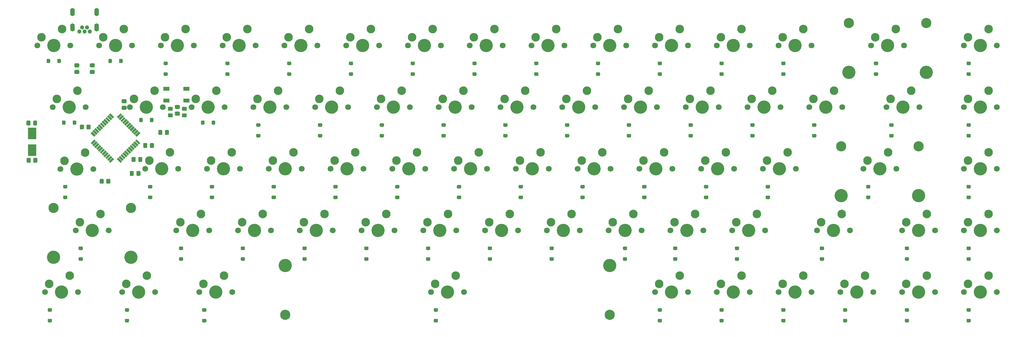
<source format=gbs>
%TF.GenerationSoftware,KiCad,Pcbnew,5.1.6-c6e7f7d~87~ubuntu20.04.1*%
%TF.CreationDate,2020-07-22T13:43:27-07:00*%
%TF.ProjectId,keeb,6b656562-2e6b-4696-9361-645f70636258,rev?*%
%TF.SameCoordinates,Original*%
%TF.FileFunction,Soldermask,Bot*%
%TF.FilePolarity,Negative*%
%FSLAX46Y46*%
G04 Gerber Fmt 4.6, Leading zero omitted, Abs format (unit mm)*
G04 Created by KiCad (PCBNEW 5.1.6-c6e7f7d~87~ubuntu20.04.1) date 2020-07-22 13:43:27*
%MOMM*%
%LPD*%
G01*
G04 APERTURE LIST*
%ADD10R,1.900000X1.200000*%
%ADD11C,2.640000*%
%ADD12C,1.801800*%
%ADD13C,4.087800*%
%ADD14C,0.100000*%
%ADD15C,3.148000*%
%ADD16R,2.500000X3.600000*%
%ADD17O,1.400000X2.500000*%
%ADD18C,1.300000*%
G04 APERTURE END LIST*
%TO.C,C9*%
G36*
G01*
X-380715000Y317258262D02*
X-380715000Y316301738D01*
G75*
G02*
X-380986738Y316030000I-271738J0D01*
G01*
X-381693262Y316030000D01*
G75*
G02*
X-381965000Y316301738I0J271738D01*
G01*
X-381965000Y317258262D01*
G75*
G02*
X-381693262Y317530000I271738J0D01*
G01*
X-380986738Y317530000D01*
G75*
G02*
X-380715000Y317258262I0J-271738D01*
G01*
G37*
G36*
G01*
X-378665000Y317258262D02*
X-378665000Y316301738D01*
G75*
G02*
X-378936738Y316030000I-271738J0D01*
G01*
X-379643262Y316030000D01*
G75*
G02*
X-379915000Y316301738I0J271738D01*
G01*
X-379915000Y317258262D01*
G75*
G02*
X-379643262Y317530000I271738J0D01*
G01*
X-378936738Y317530000D01*
G75*
G02*
X-378665000Y317258262I0J-271738D01*
G01*
G37*
%TD*%
D10*
%TO.C,SWP1*%
X-374820000Y334340000D03*
X-368620000Y330640000D03*
X-374820000Y330640000D03*
X-368620000Y334340000D03*
%TD*%
%TO.C,R5*%
G36*
G01*
X-375268750Y320334238D02*
X-375268750Y321290762D01*
G75*
G02*
X-374997012Y321562500I271738J0D01*
G01*
X-374290488Y321562500D01*
G75*
G02*
X-374018750Y321290762I0J-271738D01*
G01*
X-374018750Y320334238D01*
G75*
G02*
X-374290488Y320062500I-271738J0D01*
G01*
X-374997012Y320062500D01*
G75*
G02*
X-375268750Y320334238I0J271738D01*
G01*
G37*
G36*
G01*
X-377318750Y320334238D02*
X-377318750Y321290762D01*
G75*
G02*
X-377047012Y321562500I271738J0D01*
G01*
X-376340488Y321562500D01*
G75*
G02*
X-376068750Y321290762I0J-271738D01*
G01*
X-376068750Y320334238D01*
G75*
G02*
X-376340488Y320062500I-271738J0D01*
G01*
X-377047012Y320062500D01*
G75*
G02*
X-377318750Y320334238I0J271738D01*
G01*
G37*
%TD*%
%TO.C,R4*%
G36*
G01*
X-397190488Y340918750D02*
X-398147012Y340918750D01*
G75*
G02*
X-398418750Y341190488I0J271738D01*
G01*
X-398418750Y341897012D01*
G75*
G02*
X-398147012Y342168750I271738J0D01*
G01*
X-397190488Y342168750D01*
G75*
G02*
X-396918750Y341897012I0J-271738D01*
G01*
X-396918750Y341190488D01*
G75*
G02*
X-397190488Y340918750I-271738J0D01*
G01*
G37*
G36*
G01*
X-397190488Y338868750D02*
X-398147012Y338868750D01*
G75*
G02*
X-398418750Y339140488I0J271738D01*
G01*
X-398418750Y339847012D01*
G75*
G02*
X-398147012Y340118750I271738J0D01*
G01*
X-397190488Y340118750D01*
G75*
G02*
X-396918750Y339847012I0J-271738D01*
G01*
X-396918750Y339140488D01*
G75*
G02*
X-397190488Y338868750I-271738J0D01*
G01*
G37*
%TD*%
%TO.C,R3*%
G36*
G01*
X-401952988Y340918750D02*
X-402909512Y340918750D01*
G75*
G02*
X-403181250Y341190488I0J271738D01*
G01*
X-403181250Y341897012D01*
G75*
G02*
X-402909512Y342168750I271738J0D01*
G01*
X-401952988Y342168750D01*
G75*
G02*
X-401681250Y341897012I0J-271738D01*
G01*
X-401681250Y341190488D01*
G75*
G02*
X-401952988Y340918750I-271738J0D01*
G01*
G37*
G36*
G01*
X-401952988Y338868750D02*
X-402909512Y338868750D01*
G75*
G02*
X-403181250Y339140488I0J271738D01*
G01*
X-403181250Y339847012D01*
G75*
G02*
X-402909512Y340118750I271738J0D01*
G01*
X-401952988Y340118750D01*
G75*
G02*
X-401681250Y339847012I0J-271738D01*
G01*
X-401681250Y339140488D01*
G75*
G02*
X-401952988Y338868750I-271738J0D01*
G01*
G37*
%TD*%
%TO.C,R2*%
G36*
G01*
X-368802988Y327506250D02*
X-369759512Y327506250D01*
G75*
G02*
X-370031250Y327777988I0J271738D01*
G01*
X-370031250Y328484512D01*
G75*
G02*
X-369759512Y328756250I271738J0D01*
G01*
X-368802988Y328756250D01*
G75*
G02*
X-368531250Y328484512I0J-271738D01*
G01*
X-368531250Y327777988D01*
G75*
G02*
X-368802988Y327506250I-271738J0D01*
G01*
G37*
G36*
G01*
X-368802988Y325456250D02*
X-369759512Y325456250D01*
G75*
G02*
X-370031250Y325727988I0J271738D01*
G01*
X-370031250Y326434512D01*
G75*
G02*
X-369759512Y326706250I271738J0D01*
G01*
X-368802988Y326706250D01*
G75*
G02*
X-368531250Y326434512I0J-271738D01*
G01*
X-368531250Y325727988D01*
G75*
G02*
X-368802988Y325456250I-271738J0D01*
G01*
G37*
%TD*%
%TO.C,R1*%
G36*
G01*
X-374072012Y326706250D02*
X-373115488Y326706250D01*
G75*
G02*
X-372843750Y326434512I0J-271738D01*
G01*
X-372843750Y325727988D01*
G75*
G02*
X-373115488Y325456250I-271738J0D01*
G01*
X-374072012Y325456250D01*
G75*
G02*
X-374343750Y325727988I0J271738D01*
G01*
X-374343750Y326434512D01*
G75*
G02*
X-374072012Y326706250I271738J0D01*
G01*
G37*
G36*
G01*
X-374072012Y328756250D02*
X-373115488Y328756250D01*
G75*
G02*
X-372843750Y328484512I0J-271738D01*
G01*
X-372843750Y327777988D01*
G75*
G02*
X-373115488Y327506250I-271738J0D01*
G01*
X-374072012Y327506250D01*
G75*
G02*
X-374343750Y327777988I0J271738D01*
G01*
X-374343750Y328484512D01*
G75*
G02*
X-374072012Y328756250I271738J0D01*
G01*
G37*
%TD*%
D11*
%TO.C,SW17*%
X-384810000Y331152500D03*
X-378460000Y333692500D03*
D12*
X-375920000Y328612500D03*
X-386080000Y328612500D03*
D13*
X-381000000Y328612500D03*
%TD*%
%TO.C,SW31*%
X-402461250Y309502500D03*
D11*
X-406271250Y312042500D03*
X-399921250Y314582500D03*
D12*
X-407541250Y309502500D03*
X-397381250Y309502500D03*
%TD*%
D14*
%TO.C,U1*%
G36*
X-382870569Y317549542D02*
G01*
X-383330188Y317089923D01*
X-384461559Y318221294D01*
X-384001940Y318680913D01*
X-382870569Y317549542D01*
G37*
G36*
X-383436255Y316983857D02*
G01*
X-383895874Y316524238D01*
X-385027245Y317655609D01*
X-384567626Y318115228D01*
X-383436255Y316983857D01*
G37*
G36*
X-384001940Y316418172D02*
G01*
X-384461559Y315958553D01*
X-385592930Y317089924D01*
X-385133311Y317549543D01*
X-384001940Y316418172D01*
G37*
G36*
X-384567625Y315852486D02*
G01*
X-385027244Y315392867D01*
X-386158615Y316524238D01*
X-385698996Y316983857D01*
X-384567625Y315852486D01*
G37*
G36*
X-385133311Y315286801D02*
G01*
X-385592930Y314827182D01*
X-386724301Y315958553D01*
X-386264682Y316418172D01*
X-385133311Y315286801D01*
G37*
G36*
X-385698996Y314721115D02*
G01*
X-386158615Y314261496D01*
X-387289986Y315392867D01*
X-386830367Y315852486D01*
X-385698996Y314721115D01*
G37*
G36*
X-386264682Y314155430D02*
G01*
X-386724301Y313695811D01*
X-387855672Y314827182D01*
X-387396053Y315286801D01*
X-386264682Y314155430D01*
G37*
G36*
X-386830367Y313589744D02*
G01*
X-387289986Y313130125D01*
X-388421357Y314261496D01*
X-387961738Y314721115D01*
X-386830367Y313589744D01*
G37*
G36*
X-387396053Y313024059D02*
G01*
X-387855672Y312564440D01*
X-388987043Y313695811D01*
X-388527424Y314155430D01*
X-387396053Y313024059D01*
G37*
G36*
X-387961738Y312458374D02*
G01*
X-388421357Y311998755D01*
X-389552728Y313130126D01*
X-389093109Y313589745D01*
X-387961738Y312458374D01*
G37*
G36*
X-388527423Y311892688D02*
G01*
X-388987042Y311433069D01*
X-390118413Y312564440D01*
X-389658794Y313024059D01*
X-388527423Y311892688D01*
G37*
G36*
X-392062958Y311433069D02*
G01*
X-392522577Y311892688D01*
X-391391206Y313024059D01*
X-390931587Y312564440D01*
X-392062958Y311433069D01*
G37*
G36*
X-392628643Y311998755D02*
G01*
X-393088262Y312458374D01*
X-391956891Y313589745D01*
X-391497272Y313130126D01*
X-392628643Y311998755D01*
G37*
G36*
X-393194328Y312564440D02*
G01*
X-393653947Y313024059D01*
X-392522576Y314155430D01*
X-392062957Y313695811D01*
X-393194328Y312564440D01*
G37*
G36*
X-393760014Y313130125D02*
G01*
X-394219633Y313589744D01*
X-393088262Y314721115D01*
X-392628643Y314261496D01*
X-393760014Y313130125D01*
G37*
G36*
X-394325699Y313695811D02*
G01*
X-394785318Y314155430D01*
X-393653947Y315286801D01*
X-393194328Y314827182D01*
X-394325699Y313695811D01*
G37*
G36*
X-394891385Y314261496D02*
G01*
X-395351004Y314721115D01*
X-394219633Y315852486D01*
X-393760014Y315392867D01*
X-394891385Y314261496D01*
G37*
G36*
X-395457070Y314827182D02*
G01*
X-395916689Y315286801D01*
X-394785318Y316418172D01*
X-394325699Y315958553D01*
X-395457070Y314827182D01*
G37*
G36*
X-396022756Y315392867D02*
G01*
X-396482375Y315852486D01*
X-395351004Y316983857D01*
X-394891385Y316524238D01*
X-396022756Y315392867D01*
G37*
G36*
X-396588441Y315958553D02*
G01*
X-397048060Y316418172D01*
X-395916689Y317549543D01*
X-395457070Y317089924D01*
X-396588441Y315958553D01*
G37*
G36*
X-397154126Y316524238D02*
G01*
X-397613745Y316983857D01*
X-396482374Y318115228D01*
X-396022755Y317655609D01*
X-397154126Y316524238D01*
G37*
G36*
X-397719812Y317089923D02*
G01*
X-398179431Y317549542D01*
X-397048060Y318680913D01*
X-396588441Y318221294D01*
X-397719812Y317089923D01*
G37*
G36*
X-396588441Y319953706D02*
G01*
X-397048060Y319494087D01*
X-398179431Y320625458D01*
X-397719812Y321085077D01*
X-396588441Y319953706D01*
G37*
G36*
X-396022755Y320519391D02*
G01*
X-396482374Y320059772D01*
X-397613745Y321191143D01*
X-397154126Y321650762D01*
X-396022755Y320519391D01*
G37*
G36*
X-395457070Y321085076D02*
G01*
X-395916689Y320625457D01*
X-397048060Y321756828D01*
X-396588441Y322216447D01*
X-395457070Y321085076D01*
G37*
G36*
X-394891385Y321650762D02*
G01*
X-395351004Y321191143D01*
X-396482375Y322322514D01*
X-396022756Y322782133D01*
X-394891385Y321650762D01*
G37*
G36*
X-394325699Y322216447D02*
G01*
X-394785318Y321756828D01*
X-395916689Y322888199D01*
X-395457070Y323347818D01*
X-394325699Y322216447D01*
G37*
G36*
X-393760014Y322782133D02*
G01*
X-394219633Y322322514D01*
X-395351004Y323453885D01*
X-394891385Y323913504D01*
X-393760014Y322782133D01*
G37*
G36*
X-393194328Y323347818D02*
G01*
X-393653947Y322888199D01*
X-394785318Y324019570D01*
X-394325699Y324479189D01*
X-393194328Y323347818D01*
G37*
G36*
X-392628643Y323913504D02*
G01*
X-393088262Y323453885D01*
X-394219633Y324585256D01*
X-393760014Y325044875D01*
X-392628643Y323913504D01*
G37*
G36*
X-392062957Y324479189D02*
G01*
X-392522576Y324019570D01*
X-393653947Y325150941D01*
X-393194328Y325610560D01*
X-392062957Y324479189D01*
G37*
G36*
X-391497272Y325044874D02*
G01*
X-391956891Y324585255D01*
X-393088262Y325716626D01*
X-392628643Y326176245D01*
X-391497272Y325044874D01*
G37*
G36*
X-390931587Y325610560D02*
G01*
X-391391206Y325150941D01*
X-392522577Y326282312D01*
X-392062958Y326741931D01*
X-390931587Y325610560D01*
G37*
G36*
X-389658794Y325150941D02*
G01*
X-390118413Y325610560D01*
X-388987042Y326741931D01*
X-388527423Y326282312D01*
X-389658794Y325150941D01*
G37*
G36*
X-389093109Y324585255D02*
G01*
X-389552728Y325044874D01*
X-388421357Y326176245D01*
X-387961738Y325716626D01*
X-389093109Y324585255D01*
G37*
G36*
X-388527424Y324019570D02*
G01*
X-388987043Y324479189D01*
X-387855672Y325610560D01*
X-387396053Y325150941D01*
X-388527424Y324019570D01*
G37*
G36*
X-387961738Y323453885D02*
G01*
X-388421357Y323913504D01*
X-387289986Y325044875D01*
X-386830367Y324585256D01*
X-387961738Y323453885D01*
G37*
G36*
X-387396053Y322888199D02*
G01*
X-387855672Y323347818D01*
X-386724301Y324479189D01*
X-386264682Y324019570D01*
X-387396053Y322888199D01*
G37*
G36*
X-386830367Y322322514D02*
G01*
X-387289986Y322782133D01*
X-386158615Y323913504D01*
X-385698996Y323453885D01*
X-386830367Y322322514D01*
G37*
G36*
X-386264682Y321756828D02*
G01*
X-386724301Y322216447D01*
X-385592930Y323347818D01*
X-385133311Y322888199D01*
X-386264682Y321756828D01*
G37*
G36*
X-385698996Y321191143D02*
G01*
X-386158615Y321650762D01*
X-385027244Y322782133D01*
X-384567625Y322322514D01*
X-385698996Y321191143D01*
G37*
G36*
X-385133311Y320625457D02*
G01*
X-385592930Y321085076D01*
X-384461559Y322216447D01*
X-384001940Y321756828D01*
X-385133311Y320625457D01*
G37*
G36*
X-384567626Y320059772D02*
G01*
X-385027245Y320519391D01*
X-383895874Y321650762D01*
X-383436255Y321191143D01*
X-384567626Y320059772D01*
G37*
G36*
X-384001940Y319494087D02*
G01*
X-384461559Y319953706D01*
X-383330188Y321085077D01*
X-382870569Y320625458D01*
X-384001940Y319494087D01*
G37*
%TD*%
D11*
%TO.C,SW32*%
X-380047500Y312102500D03*
X-373697500Y314642500D03*
D12*
X-371157500Y309562500D03*
X-381317500Y309562500D03*
D13*
X-376237500Y309562500D03*
%TD*%
D11*
%TO.C,SW18*%
X-365760000Y331152500D03*
X-359410000Y333692500D03*
D12*
X-356870000Y328612500D03*
X-367030000Y328612500D03*
D13*
X-361950000Y328612500D03*
%TD*%
D12*
%TO.C,SW16*%
X-399734200Y328613880D03*
X-409894200Y328613880D03*
D11*
X-402274200Y333693880D03*
X-408624200Y331153880D03*
D13*
X-404814200Y328613880D03*
%TD*%
%TO.C,SW45*%
X-385730750Y282257500D03*
X-409606750Y282257500D03*
D15*
X-409606750Y297497500D03*
X-385730750Y297497500D03*
D12*
X-392588750Y290512500D03*
X-402748750Y290512500D03*
D11*
X-395128750Y295592500D03*
X-401478750Y293052500D03*
D13*
X-397668750Y290512500D03*
%TD*%
D11*
%TO.C,SW1*%
X-413385000Y350202500D03*
X-407035000Y352742500D03*
D12*
X-404495000Y347662500D03*
X-414655000Y347662500D03*
D13*
X-409575000Y347662500D03*
%TD*%
D11*
%TO.C,SW2*%
X-394335000Y350202500D03*
X-387985000Y352742500D03*
D12*
X-385445000Y347662500D03*
X-395605000Y347662500D03*
D13*
X-390525000Y347662500D03*
%TD*%
%TO.C,C5*%
G36*
G01*
X-370959238Y326012500D02*
X-371915762Y326012500D01*
G75*
G02*
X-372187500Y326284238I0J271738D01*
G01*
X-372187500Y326990762D01*
G75*
G02*
X-371915762Y327262500I271738J0D01*
G01*
X-370959238Y327262500D01*
G75*
G02*
X-370687500Y326990762I0J-271738D01*
G01*
X-370687500Y326284238D01*
G75*
G02*
X-370959238Y326012500I-271738J0D01*
G01*
G37*
G36*
G01*
X-370959238Y328062500D02*
X-371915762Y328062500D01*
G75*
G02*
X-372187500Y328334238I0J271738D01*
G01*
X-372187500Y329040762D01*
G75*
G02*
X-371915762Y329312500I271738J0D01*
G01*
X-370959238Y329312500D01*
G75*
G02*
X-370687500Y329040762I0J-271738D01*
G01*
X-370687500Y328334238D01*
G75*
G02*
X-370959238Y328062500I-271738J0D01*
G01*
G37*
%TD*%
%TO.C,D20*%
G36*
G01*
X-327046875Y319268750D02*
X-327796875Y319268750D01*
G75*
G02*
X-328071875Y319543750I0J275000D01*
G01*
X-328071875Y320093750D01*
G75*
G02*
X-327796875Y320368750I275000J0D01*
G01*
X-327046875Y320368750D01*
G75*
G02*
X-326771875Y320093750I0J-275000D01*
G01*
X-326771875Y319543750D01*
G75*
G02*
X-327046875Y319268750I-275000J0D01*
G01*
G37*
G36*
G01*
X-327046875Y322568750D02*
X-327796875Y322568750D01*
G75*
G02*
X-328071875Y322843750I0J275000D01*
G01*
X-328071875Y323393750D01*
G75*
G02*
X-327796875Y323668750I275000J0D01*
G01*
X-327046875Y323668750D01*
G75*
G02*
X-326771875Y323393750I0J-275000D01*
G01*
X-326771875Y322843750D01*
G75*
G02*
X-327046875Y322568750I-275000J0D01*
G01*
G37*
%TD*%
%TO.C,D68*%
G36*
G01*
X-127021875Y262118750D02*
X-127771875Y262118750D01*
G75*
G02*
X-128046875Y262393750I0J275000D01*
G01*
X-128046875Y262943750D01*
G75*
G02*
X-127771875Y263218750I275000J0D01*
G01*
X-127021875Y263218750D01*
G75*
G02*
X-126746875Y262943750I0J-275000D01*
G01*
X-126746875Y262393750D01*
G75*
G02*
X-127021875Y262118750I-275000J0D01*
G01*
G37*
G36*
G01*
X-127021875Y265418750D02*
X-127771875Y265418750D01*
G75*
G02*
X-128046875Y265693750I0J275000D01*
G01*
X-128046875Y266243750D01*
G75*
G02*
X-127771875Y266518750I275000J0D01*
G01*
X-127021875Y266518750D01*
G75*
G02*
X-126746875Y266243750I0J-275000D01*
G01*
X-126746875Y265693750D01*
G75*
G02*
X-127021875Y265418750I-275000J0D01*
G01*
G37*
%TD*%
%TO.C,D67*%
G36*
G01*
X-146071875Y262118750D02*
X-146821875Y262118750D01*
G75*
G02*
X-147096875Y262393750I0J275000D01*
G01*
X-147096875Y262943750D01*
G75*
G02*
X-146821875Y263218750I275000J0D01*
G01*
X-146071875Y263218750D01*
G75*
G02*
X-145796875Y262943750I0J-275000D01*
G01*
X-145796875Y262393750D01*
G75*
G02*
X-146071875Y262118750I-275000J0D01*
G01*
G37*
G36*
G01*
X-146071875Y265418750D02*
X-146821875Y265418750D01*
G75*
G02*
X-147096875Y265693750I0J275000D01*
G01*
X-147096875Y266243750D01*
G75*
G02*
X-146821875Y266518750I275000J0D01*
G01*
X-146071875Y266518750D01*
G75*
G02*
X-145796875Y266243750I0J-275000D01*
G01*
X-145796875Y265693750D01*
G75*
G02*
X-146071875Y265418750I-275000J0D01*
G01*
G37*
%TD*%
%TO.C,D66*%
G36*
G01*
X-165121875Y262118750D02*
X-165871875Y262118750D01*
G75*
G02*
X-166146875Y262393750I0J275000D01*
G01*
X-166146875Y262943750D01*
G75*
G02*
X-165871875Y263218750I275000J0D01*
G01*
X-165121875Y263218750D01*
G75*
G02*
X-164846875Y262943750I0J-275000D01*
G01*
X-164846875Y262393750D01*
G75*
G02*
X-165121875Y262118750I-275000J0D01*
G01*
G37*
G36*
G01*
X-165121875Y265418750D02*
X-165871875Y265418750D01*
G75*
G02*
X-166146875Y265693750I0J275000D01*
G01*
X-166146875Y266243750D01*
G75*
G02*
X-165871875Y266518750I275000J0D01*
G01*
X-165121875Y266518750D01*
G75*
G02*
X-164846875Y266243750I0J-275000D01*
G01*
X-164846875Y265693750D01*
G75*
G02*
X-165121875Y265418750I-275000J0D01*
G01*
G37*
%TD*%
%TO.C,D65*%
G36*
G01*
X-184171875Y262118750D02*
X-184921875Y262118750D01*
G75*
G02*
X-185196875Y262393750I0J275000D01*
G01*
X-185196875Y262943750D01*
G75*
G02*
X-184921875Y263218750I275000J0D01*
G01*
X-184171875Y263218750D01*
G75*
G02*
X-183896875Y262943750I0J-275000D01*
G01*
X-183896875Y262393750D01*
G75*
G02*
X-184171875Y262118750I-275000J0D01*
G01*
G37*
G36*
G01*
X-184171875Y265418750D02*
X-184921875Y265418750D01*
G75*
G02*
X-185196875Y265693750I0J275000D01*
G01*
X-185196875Y266243750D01*
G75*
G02*
X-184921875Y266518750I275000J0D01*
G01*
X-184171875Y266518750D01*
G75*
G02*
X-183896875Y266243750I0J-275000D01*
G01*
X-183896875Y265693750D01*
G75*
G02*
X-184171875Y265418750I-275000J0D01*
G01*
G37*
%TD*%
%TO.C,D64*%
G36*
G01*
X-203221875Y262118750D02*
X-203971875Y262118750D01*
G75*
G02*
X-204246875Y262393750I0J275000D01*
G01*
X-204246875Y262943750D01*
G75*
G02*
X-203971875Y263218750I275000J0D01*
G01*
X-203221875Y263218750D01*
G75*
G02*
X-202946875Y262943750I0J-275000D01*
G01*
X-202946875Y262393750D01*
G75*
G02*
X-203221875Y262118750I-275000J0D01*
G01*
G37*
G36*
G01*
X-203221875Y265418750D02*
X-203971875Y265418750D01*
G75*
G02*
X-204246875Y265693750I0J275000D01*
G01*
X-204246875Y266243750D01*
G75*
G02*
X-203971875Y266518750I275000J0D01*
G01*
X-203221875Y266518750D01*
G75*
G02*
X-202946875Y266243750I0J-275000D01*
G01*
X-202946875Y265693750D01*
G75*
G02*
X-203221875Y265418750I-275000J0D01*
G01*
G37*
%TD*%
%TO.C,D63*%
G36*
G01*
X-222271875Y262118750D02*
X-223021875Y262118750D01*
G75*
G02*
X-223296875Y262393750I0J275000D01*
G01*
X-223296875Y262943750D01*
G75*
G02*
X-223021875Y263218750I275000J0D01*
G01*
X-222271875Y263218750D01*
G75*
G02*
X-221996875Y262943750I0J-275000D01*
G01*
X-221996875Y262393750D01*
G75*
G02*
X-222271875Y262118750I-275000J0D01*
G01*
G37*
G36*
G01*
X-222271875Y265418750D02*
X-223021875Y265418750D01*
G75*
G02*
X-223296875Y265693750I0J275000D01*
G01*
X-223296875Y266243750D01*
G75*
G02*
X-223021875Y266518750I275000J0D01*
G01*
X-222271875Y266518750D01*
G75*
G02*
X-221996875Y266243750I0J-275000D01*
G01*
X-221996875Y265693750D01*
G75*
G02*
X-222271875Y265418750I-275000J0D01*
G01*
G37*
%TD*%
%TO.C,D62*%
G36*
G01*
X-291328125Y262118750D02*
X-292078125Y262118750D01*
G75*
G02*
X-292353125Y262393750I0J275000D01*
G01*
X-292353125Y262943750D01*
G75*
G02*
X-292078125Y263218750I275000J0D01*
G01*
X-291328125Y263218750D01*
G75*
G02*
X-291053125Y262943750I0J-275000D01*
G01*
X-291053125Y262393750D01*
G75*
G02*
X-291328125Y262118750I-275000J0D01*
G01*
G37*
G36*
G01*
X-291328125Y265418750D02*
X-292078125Y265418750D01*
G75*
G02*
X-292353125Y265693750I0J275000D01*
G01*
X-292353125Y266243750D01*
G75*
G02*
X-292078125Y266518750I275000J0D01*
G01*
X-291328125Y266518750D01*
G75*
G02*
X-291053125Y266243750I0J-275000D01*
G01*
X-291053125Y265693750D01*
G75*
G02*
X-291328125Y265418750I-275000J0D01*
G01*
G37*
%TD*%
%TO.C,D61*%
G36*
G01*
X-362765625Y262118750D02*
X-363515625Y262118750D01*
G75*
G02*
X-363790625Y262393750I0J275000D01*
G01*
X-363790625Y262943750D01*
G75*
G02*
X-363515625Y263218750I275000J0D01*
G01*
X-362765625Y263218750D01*
G75*
G02*
X-362490625Y262943750I0J-275000D01*
G01*
X-362490625Y262393750D01*
G75*
G02*
X-362765625Y262118750I-275000J0D01*
G01*
G37*
G36*
G01*
X-362765625Y265418750D02*
X-363515625Y265418750D01*
G75*
G02*
X-363790625Y265693750I0J275000D01*
G01*
X-363790625Y266243750D01*
G75*
G02*
X-363515625Y266518750I275000J0D01*
G01*
X-362765625Y266518750D01*
G75*
G02*
X-362490625Y266243750I0J-275000D01*
G01*
X-362490625Y265693750D01*
G75*
G02*
X-362765625Y265418750I-275000J0D01*
G01*
G37*
%TD*%
%TO.C,D60*%
G36*
G01*
X-386578125Y262118750D02*
X-387328125Y262118750D01*
G75*
G02*
X-387603125Y262393750I0J275000D01*
G01*
X-387603125Y262943750D01*
G75*
G02*
X-387328125Y263218750I275000J0D01*
G01*
X-386578125Y263218750D01*
G75*
G02*
X-386303125Y262943750I0J-275000D01*
G01*
X-386303125Y262393750D01*
G75*
G02*
X-386578125Y262118750I-275000J0D01*
G01*
G37*
G36*
G01*
X-386578125Y265418750D02*
X-387328125Y265418750D01*
G75*
G02*
X-387603125Y265693750I0J275000D01*
G01*
X-387603125Y266243750D01*
G75*
G02*
X-387328125Y266518750I275000J0D01*
G01*
X-386578125Y266518750D01*
G75*
G02*
X-386303125Y266243750I0J-275000D01*
G01*
X-386303125Y265693750D01*
G75*
G02*
X-386578125Y265418750I-275000J0D01*
G01*
G37*
%TD*%
%TO.C,D59*%
G36*
G01*
X-410390625Y262118750D02*
X-411140625Y262118750D01*
G75*
G02*
X-411415625Y262393750I0J275000D01*
G01*
X-411415625Y262943750D01*
G75*
G02*
X-411140625Y263218750I275000J0D01*
G01*
X-410390625Y263218750D01*
G75*
G02*
X-410115625Y262943750I0J-275000D01*
G01*
X-410115625Y262393750D01*
G75*
G02*
X-410390625Y262118750I-275000J0D01*
G01*
G37*
G36*
G01*
X-410390625Y265418750D02*
X-411140625Y265418750D01*
G75*
G02*
X-411415625Y265693750I0J275000D01*
G01*
X-411415625Y266243750D01*
G75*
G02*
X-411140625Y266518750I275000J0D01*
G01*
X-410390625Y266518750D01*
G75*
G02*
X-410115625Y266243750I0J-275000D01*
G01*
X-410115625Y265693750D01*
G75*
G02*
X-410390625Y265418750I-275000J0D01*
G01*
G37*
%TD*%
%TO.C,D58*%
G36*
G01*
X-127021875Y281168750D02*
X-127771875Y281168750D01*
G75*
G02*
X-128046875Y281443750I0J275000D01*
G01*
X-128046875Y281993750D01*
G75*
G02*
X-127771875Y282268750I275000J0D01*
G01*
X-127021875Y282268750D01*
G75*
G02*
X-126746875Y281993750I0J-275000D01*
G01*
X-126746875Y281443750D01*
G75*
G02*
X-127021875Y281168750I-275000J0D01*
G01*
G37*
G36*
G01*
X-127021875Y284468750D02*
X-127771875Y284468750D01*
G75*
G02*
X-128046875Y284743750I0J275000D01*
G01*
X-128046875Y285293750D01*
G75*
G02*
X-127771875Y285568750I275000J0D01*
G01*
X-127021875Y285568750D01*
G75*
G02*
X-126746875Y285293750I0J-275000D01*
G01*
X-126746875Y284743750D01*
G75*
G02*
X-127021875Y284468750I-275000J0D01*
G01*
G37*
%TD*%
%TO.C,D57*%
G36*
G01*
X-146071875Y281168750D02*
X-146821875Y281168750D01*
G75*
G02*
X-147096875Y281443750I0J275000D01*
G01*
X-147096875Y281993750D01*
G75*
G02*
X-146821875Y282268750I275000J0D01*
G01*
X-146071875Y282268750D01*
G75*
G02*
X-145796875Y281993750I0J-275000D01*
G01*
X-145796875Y281443750D01*
G75*
G02*
X-146071875Y281168750I-275000J0D01*
G01*
G37*
G36*
G01*
X-146071875Y284468750D02*
X-146821875Y284468750D01*
G75*
G02*
X-147096875Y284743750I0J275000D01*
G01*
X-147096875Y285293750D01*
G75*
G02*
X-146821875Y285568750I275000J0D01*
G01*
X-146071875Y285568750D01*
G75*
G02*
X-145796875Y285293750I0J-275000D01*
G01*
X-145796875Y284743750D01*
G75*
G02*
X-146071875Y284468750I-275000J0D01*
G01*
G37*
%TD*%
%TO.C,D56*%
G36*
G01*
X-172265625Y281168750D02*
X-173015625Y281168750D01*
G75*
G02*
X-173290625Y281443750I0J275000D01*
G01*
X-173290625Y281993750D01*
G75*
G02*
X-173015625Y282268750I275000J0D01*
G01*
X-172265625Y282268750D01*
G75*
G02*
X-171990625Y281993750I0J-275000D01*
G01*
X-171990625Y281443750D01*
G75*
G02*
X-172265625Y281168750I-275000J0D01*
G01*
G37*
G36*
G01*
X-172265625Y284468750D02*
X-173015625Y284468750D01*
G75*
G02*
X-173290625Y284743750I0J275000D01*
G01*
X-173290625Y285293750D01*
G75*
G02*
X-173015625Y285568750I275000J0D01*
G01*
X-172265625Y285568750D01*
G75*
G02*
X-171990625Y285293750I0J-275000D01*
G01*
X-171990625Y284743750D01*
G75*
G02*
X-172265625Y284468750I-275000J0D01*
G01*
G37*
%TD*%
%TO.C,D55*%
G36*
G01*
X-198459375Y281168750D02*
X-199209375Y281168750D01*
G75*
G02*
X-199484375Y281443750I0J275000D01*
G01*
X-199484375Y281993750D01*
G75*
G02*
X-199209375Y282268750I275000J0D01*
G01*
X-198459375Y282268750D01*
G75*
G02*
X-198184375Y281993750I0J-275000D01*
G01*
X-198184375Y281443750D01*
G75*
G02*
X-198459375Y281168750I-275000J0D01*
G01*
G37*
G36*
G01*
X-198459375Y284468750D02*
X-199209375Y284468750D01*
G75*
G02*
X-199484375Y284743750I0J275000D01*
G01*
X-199484375Y285293750D01*
G75*
G02*
X-199209375Y285568750I275000J0D01*
G01*
X-198459375Y285568750D01*
G75*
G02*
X-198184375Y285293750I0J-275000D01*
G01*
X-198184375Y284743750D01*
G75*
G02*
X-198459375Y284468750I-275000J0D01*
G01*
G37*
%TD*%
%TO.C,D54*%
G36*
G01*
X-217509375Y281168750D02*
X-218259375Y281168750D01*
G75*
G02*
X-218534375Y281443750I0J275000D01*
G01*
X-218534375Y281993750D01*
G75*
G02*
X-218259375Y282268750I275000J0D01*
G01*
X-217509375Y282268750D01*
G75*
G02*
X-217234375Y281993750I0J-275000D01*
G01*
X-217234375Y281443750D01*
G75*
G02*
X-217509375Y281168750I-275000J0D01*
G01*
G37*
G36*
G01*
X-217509375Y284468750D02*
X-218259375Y284468750D01*
G75*
G02*
X-218534375Y284743750I0J275000D01*
G01*
X-218534375Y285293750D01*
G75*
G02*
X-218259375Y285568750I275000J0D01*
G01*
X-217509375Y285568750D01*
G75*
G02*
X-217234375Y285293750I0J-275000D01*
G01*
X-217234375Y284743750D01*
G75*
G02*
X-217509375Y284468750I-275000J0D01*
G01*
G37*
%TD*%
%TO.C,D53*%
G36*
G01*
X-232987500Y281168750D02*
X-233737500Y281168750D01*
G75*
G02*
X-234012500Y281443750I0J275000D01*
G01*
X-234012500Y281993750D01*
G75*
G02*
X-233737500Y282268750I275000J0D01*
G01*
X-232987500Y282268750D01*
G75*
G02*
X-232712500Y281993750I0J-275000D01*
G01*
X-232712500Y281443750D01*
G75*
G02*
X-232987500Y281168750I-275000J0D01*
G01*
G37*
G36*
G01*
X-232987500Y284468750D02*
X-233737500Y284468750D01*
G75*
G02*
X-234012500Y284743750I0J275000D01*
G01*
X-234012500Y285293750D01*
G75*
G02*
X-233737500Y285568750I275000J0D01*
G01*
X-232987500Y285568750D01*
G75*
G02*
X-232712500Y285293750I0J-275000D01*
G01*
X-232712500Y284743750D01*
G75*
G02*
X-232987500Y284468750I-275000J0D01*
G01*
G37*
%TD*%
%TO.C,D52*%
G36*
G01*
X-255609375Y281168750D02*
X-256359375Y281168750D01*
G75*
G02*
X-256634375Y281443750I0J275000D01*
G01*
X-256634375Y281993750D01*
G75*
G02*
X-256359375Y282268750I275000J0D01*
G01*
X-255609375Y282268750D01*
G75*
G02*
X-255334375Y281993750I0J-275000D01*
G01*
X-255334375Y281443750D01*
G75*
G02*
X-255609375Y281168750I-275000J0D01*
G01*
G37*
G36*
G01*
X-255609375Y284468750D02*
X-256359375Y284468750D01*
G75*
G02*
X-256634375Y284743750I0J275000D01*
G01*
X-256634375Y285293750D01*
G75*
G02*
X-256359375Y285568750I275000J0D01*
G01*
X-255609375Y285568750D01*
G75*
G02*
X-255334375Y285293750I0J-275000D01*
G01*
X-255334375Y284743750D01*
G75*
G02*
X-255609375Y284468750I-275000J0D01*
G01*
G37*
%TD*%
%TO.C,D51*%
G36*
G01*
X-274659375Y281168750D02*
X-275409375Y281168750D01*
G75*
G02*
X-275684375Y281443750I0J275000D01*
G01*
X-275684375Y281993750D01*
G75*
G02*
X-275409375Y282268750I275000J0D01*
G01*
X-274659375Y282268750D01*
G75*
G02*
X-274384375Y281993750I0J-275000D01*
G01*
X-274384375Y281443750D01*
G75*
G02*
X-274659375Y281168750I-275000J0D01*
G01*
G37*
G36*
G01*
X-274659375Y284468750D02*
X-275409375Y284468750D01*
G75*
G02*
X-275684375Y284743750I0J275000D01*
G01*
X-275684375Y285293750D01*
G75*
G02*
X-275409375Y285568750I275000J0D01*
G01*
X-274659375Y285568750D01*
G75*
G02*
X-274384375Y285293750I0J-275000D01*
G01*
X-274384375Y284743750D01*
G75*
G02*
X-274659375Y284468750I-275000J0D01*
G01*
G37*
%TD*%
%TO.C,D50*%
G36*
G01*
X-293709375Y281168750D02*
X-294459375Y281168750D01*
G75*
G02*
X-294734375Y281443750I0J275000D01*
G01*
X-294734375Y281993750D01*
G75*
G02*
X-294459375Y282268750I275000J0D01*
G01*
X-293709375Y282268750D01*
G75*
G02*
X-293434375Y281993750I0J-275000D01*
G01*
X-293434375Y281443750D01*
G75*
G02*
X-293709375Y281168750I-275000J0D01*
G01*
G37*
G36*
G01*
X-293709375Y284468750D02*
X-294459375Y284468750D01*
G75*
G02*
X-294734375Y284743750I0J275000D01*
G01*
X-294734375Y285293750D01*
G75*
G02*
X-294459375Y285568750I275000J0D01*
G01*
X-293709375Y285568750D01*
G75*
G02*
X-293434375Y285293750I0J-275000D01*
G01*
X-293434375Y284743750D01*
G75*
G02*
X-293709375Y284468750I-275000J0D01*
G01*
G37*
%TD*%
%TO.C,D49*%
G36*
G01*
X-312759375Y281168750D02*
X-313509375Y281168750D01*
G75*
G02*
X-313784375Y281443750I0J275000D01*
G01*
X-313784375Y281993750D01*
G75*
G02*
X-313509375Y282268750I275000J0D01*
G01*
X-312759375Y282268750D01*
G75*
G02*
X-312484375Y281993750I0J-275000D01*
G01*
X-312484375Y281443750D01*
G75*
G02*
X-312759375Y281168750I-275000J0D01*
G01*
G37*
G36*
G01*
X-312759375Y284468750D02*
X-313509375Y284468750D01*
G75*
G02*
X-313784375Y284743750I0J275000D01*
G01*
X-313784375Y285293750D01*
G75*
G02*
X-313509375Y285568750I275000J0D01*
G01*
X-312759375Y285568750D01*
G75*
G02*
X-312484375Y285293750I0J-275000D01*
G01*
X-312484375Y284743750D01*
G75*
G02*
X-312759375Y284468750I-275000J0D01*
G01*
G37*
%TD*%
%TO.C,D48*%
G36*
G01*
X-331809375Y281168750D02*
X-332559375Y281168750D01*
G75*
G02*
X-332834375Y281443750I0J275000D01*
G01*
X-332834375Y281993750D01*
G75*
G02*
X-332559375Y282268750I275000J0D01*
G01*
X-331809375Y282268750D01*
G75*
G02*
X-331534375Y281993750I0J-275000D01*
G01*
X-331534375Y281443750D01*
G75*
G02*
X-331809375Y281168750I-275000J0D01*
G01*
G37*
G36*
G01*
X-331809375Y284468750D02*
X-332559375Y284468750D01*
G75*
G02*
X-332834375Y284743750I0J275000D01*
G01*
X-332834375Y285293750D01*
G75*
G02*
X-332559375Y285568750I275000J0D01*
G01*
X-331809375Y285568750D01*
G75*
G02*
X-331534375Y285293750I0J-275000D01*
G01*
X-331534375Y284743750D01*
G75*
G02*
X-331809375Y284468750I-275000J0D01*
G01*
G37*
%TD*%
%TO.C,D47*%
G36*
G01*
X-350859375Y281168750D02*
X-351609375Y281168750D01*
G75*
G02*
X-351884375Y281443750I0J275000D01*
G01*
X-351884375Y281993750D01*
G75*
G02*
X-351609375Y282268750I275000J0D01*
G01*
X-350859375Y282268750D01*
G75*
G02*
X-350584375Y281993750I0J-275000D01*
G01*
X-350584375Y281443750D01*
G75*
G02*
X-350859375Y281168750I-275000J0D01*
G01*
G37*
G36*
G01*
X-350859375Y284468750D02*
X-351609375Y284468750D01*
G75*
G02*
X-351884375Y284743750I0J275000D01*
G01*
X-351884375Y285293750D01*
G75*
G02*
X-351609375Y285568750I275000J0D01*
G01*
X-350859375Y285568750D01*
G75*
G02*
X-350584375Y285293750I0J-275000D01*
G01*
X-350584375Y284743750D01*
G75*
G02*
X-350859375Y284468750I-275000J0D01*
G01*
G37*
%TD*%
%TO.C,D46*%
G36*
G01*
X-369909375Y281168750D02*
X-370659375Y281168750D01*
G75*
G02*
X-370934375Y281443750I0J275000D01*
G01*
X-370934375Y281993750D01*
G75*
G02*
X-370659375Y282268750I275000J0D01*
G01*
X-369909375Y282268750D01*
G75*
G02*
X-369634375Y281993750I0J-275000D01*
G01*
X-369634375Y281443750D01*
G75*
G02*
X-369909375Y281168750I-275000J0D01*
G01*
G37*
G36*
G01*
X-369909375Y284468750D02*
X-370659375Y284468750D01*
G75*
G02*
X-370934375Y284743750I0J275000D01*
G01*
X-370934375Y285293750D01*
G75*
G02*
X-370659375Y285568750I275000J0D01*
G01*
X-369909375Y285568750D01*
G75*
G02*
X-369634375Y285293750I0J-275000D01*
G01*
X-369634375Y284743750D01*
G75*
G02*
X-369909375Y284468750I-275000J0D01*
G01*
G37*
%TD*%
%TO.C,D45*%
G36*
G01*
X-400865625Y281168750D02*
X-401615625Y281168750D01*
G75*
G02*
X-401890625Y281443750I0J275000D01*
G01*
X-401890625Y281993750D01*
G75*
G02*
X-401615625Y282268750I275000J0D01*
G01*
X-400865625Y282268750D01*
G75*
G02*
X-400590625Y281993750I0J-275000D01*
G01*
X-400590625Y281443750D01*
G75*
G02*
X-400865625Y281168750I-275000J0D01*
G01*
G37*
G36*
G01*
X-400865625Y284468750D02*
X-401615625Y284468750D01*
G75*
G02*
X-401890625Y284743750I0J275000D01*
G01*
X-401890625Y285293750D01*
G75*
G02*
X-401615625Y285568750I275000J0D01*
G01*
X-400865625Y285568750D01*
G75*
G02*
X-400590625Y285293750I0J-275000D01*
G01*
X-400590625Y284743750D01*
G75*
G02*
X-400865625Y284468750I-275000J0D01*
G01*
G37*
%TD*%
%TO.C,D44*%
G36*
G01*
X-127021875Y300218750D02*
X-127771875Y300218750D01*
G75*
G02*
X-128046875Y300493750I0J275000D01*
G01*
X-128046875Y301043750D01*
G75*
G02*
X-127771875Y301318750I275000J0D01*
G01*
X-127021875Y301318750D01*
G75*
G02*
X-126746875Y301043750I0J-275000D01*
G01*
X-126746875Y300493750D01*
G75*
G02*
X-127021875Y300218750I-275000J0D01*
G01*
G37*
G36*
G01*
X-127021875Y303518750D02*
X-127771875Y303518750D01*
G75*
G02*
X-128046875Y303793750I0J275000D01*
G01*
X-128046875Y304343750D01*
G75*
G02*
X-127771875Y304618750I275000J0D01*
G01*
X-127021875Y304618750D01*
G75*
G02*
X-126746875Y304343750I0J-275000D01*
G01*
X-126746875Y303793750D01*
G75*
G02*
X-127021875Y303518750I-275000J0D01*
G01*
G37*
%TD*%
%TO.C,D43*%
G36*
G01*
X-157978125Y300218750D02*
X-158728125Y300218750D01*
G75*
G02*
X-159003125Y300493750I0J275000D01*
G01*
X-159003125Y301043750D01*
G75*
G02*
X-158728125Y301318750I275000J0D01*
G01*
X-157978125Y301318750D01*
G75*
G02*
X-157703125Y301043750I0J-275000D01*
G01*
X-157703125Y300493750D01*
G75*
G02*
X-157978125Y300218750I-275000J0D01*
G01*
G37*
G36*
G01*
X-157978125Y303518750D02*
X-158728125Y303518750D01*
G75*
G02*
X-159003125Y303793750I0J275000D01*
G01*
X-159003125Y304343750D01*
G75*
G02*
X-158728125Y304618750I275000J0D01*
G01*
X-157978125Y304618750D01*
G75*
G02*
X-157703125Y304343750I0J-275000D01*
G01*
X-157703125Y303793750D01*
G75*
G02*
X-157978125Y303518750I-275000J0D01*
G01*
G37*
%TD*%
%TO.C,D42*%
G36*
G01*
X-188934375Y300218750D02*
X-189684375Y300218750D01*
G75*
G02*
X-189959375Y300493750I0J275000D01*
G01*
X-189959375Y301043750D01*
G75*
G02*
X-189684375Y301318750I275000J0D01*
G01*
X-188934375Y301318750D01*
G75*
G02*
X-188659375Y301043750I0J-275000D01*
G01*
X-188659375Y300493750D01*
G75*
G02*
X-188934375Y300218750I-275000J0D01*
G01*
G37*
G36*
G01*
X-188934375Y303518750D02*
X-189684375Y303518750D01*
G75*
G02*
X-189959375Y303793750I0J275000D01*
G01*
X-189959375Y304343750D01*
G75*
G02*
X-189684375Y304618750I275000J0D01*
G01*
X-188934375Y304618750D01*
G75*
G02*
X-188659375Y304343750I0J-275000D01*
G01*
X-188659375Y303793750D01*
G75*
G02*
X-188934375Y303518750I-275000J0D01*
G01*
G37*
%TD*%
%TO.C,D41*%
G36*
G01*
X-207984375Y300218750D02*
X-208734375Y300218750D01*
G75*
G02*
X-209009375Y300493750I0J275000D01*
G01*
X-209009375Y301043750D01*
G75*
G02*
X-208734375Y301318750I275000J0D01*
G01*
X-207984375Y301318750D01*
G75*
G02*
X-207709375Y301043750I0J-275000D01*
G01*
X-207709375Y300493750D01*
G75*
G02*
X-207984375Y300218750I-275000J0D01*
G01*
G37*
G36*
G01*
X-207984375Y303518750D02*
X-208734375Y303518750D01*
G75*
G02*
X-209009375Y303793750I0J275000D01*
G01*
X-209009375Y304343750D01*
G75*
G02*
X-208734375Y304618750I275000J0D01*
G01*
X-207984375Y304618750D01*
G75*
G02*
X-207709375Y304343750I0J-275000D01*
G01*
X-207709375Y303793750D01*
G75*
G02*
X-207984375Y303518750I-275000J0D01*
G01*
G37*
%TD*%
%TO.C,D40*%
G36*
G01*
X-227034375Y300218750D02*
X-227784375Y300218750D01*
G75*
G02*
X-228059375Y300493750I0J275000D01*
G01*
X-228059375Y301043750D01*
G75*
G02*
X-227784375Y301318750I275000J0D01*
G01*
X-227034375Y301318750D01*
G75*
G02*
X-226759375Y301043750I0J-275000D01*
G01*
X-226759375Y300493750D01*
G75*
G02*
X-227034375Y300218750I-275000J0D01*
G01*
G37*
G36*
G01*
X-227034375Y303518750D02*
X-227784375Y303518750D01*
G75*
G02*
X-228059375Y303793750I0J275000D01*
G01*
X-228059375Y304343750D01*
G75*
G02*
X-227784375Y304618750I275000J0D01*
G01*
X-227034375Y304618750D01*
G75*
G02*
X-226759375Y304343750I0J-275000D01*
G01*
X-226759375Y303793750D01*
G75*
G02*
X-227034375Y303518750I-275000J0D01*
G01*
G37*
%TD*%
%TO.C,D39*%
G36*
G01*
X-246084375Y300218750D02*
X-246834375Y300218750D01*
G75*
G02*
X-247109375Y300493750I0J275000D01*
G01*
X-247109375Y301043750D01*
G75*
G02*
X-246834375Y301318750I275000J0D01*
G01*
X-246084375Y301318750D01*
G75*
G02*
X-245809375Y301043750I0J-275000D01*
G01*
X-245809375Y300493750D01*
G75*
G02*
X-246084375Y300218750I-275000J0D01*
G01*
G37*
G36*
G01*
X-246084375Y303518750D02*
X-246834375Y303518750D01*
G75*
G02*
X-247109375Y303793750I0J275000D01*
G01*
X-247109375Y304343750D01*
G75*
G02*
X-246834375Y304618750I275000J0D01*
G01*
X-246084375Y304618750D01*
G75*
G02*
X-245809375Y304343750I0J-275000D01*
G01*
X-245809375Y303793750D01*
G75*
G02*
X-246084375Y303518750I-275000J0D01*
G01*
G37*
%TD*%
%TO.C,D38*%
G36*
G01*
X-265134375Y300218750D02*
X-265884375Y300218750D01*
G75*
G02*
X-266159375Y300493750I0J275000D01*
G01*
X-266159375Y301043750D01*
G75*
G02*
X-265884375Y301318750I275000J0D01*
G01*
X-265134375Y301318750D01*
G75*
G02*
X-264859375Y301043750I0J-275000D01*
G01*
X-264859375Y300493750D01*
G75*
G02*
X-265134375Y300218750I-275000J0D01*
G01*
G37*
G36*
G01*
X-265134375Y303518750D02*
X-265884375Y303518750D01*
G75*
G02*
X-266159375Y303793750I0J275000D01*
G01*
X-266159375Y304343750D01*
G75*
G02*
X-265884375Y304618750I275000J0D01*
G01*
X-265134375Y304618750D01*
G75*
G02*
X-264859375Y304343750I0J-275000D01*
G01*
X-264859375Y303793750D01*
G75*
G02*
X-265134375Y303518750I-275000J0D01*
G01*
G37*
%TD*%
%TO.C,D37*%
G36*
G01*
X-284184375Y300218750D02*
X-284934375Y300218750D01*
G75*
G02*
X-285209375Y300493750I0J275000D01*
G01*
X-285209375Y301043750D01*
G75*
G02*
X-284934375Y301318750I275000J0D01*
G01*
X-284184375Y301318750D01*
G75*
G02*
X-283909375Y301043750I0J-275000D01*
G01*
X-283909375Y300493750D01*
G75*
G02*
X-284184375Y300218750I-275000J0D01*
G01*
G37*
G36*
G01*
X-284184375Y303518750D02*
X-284934375Y303518750D01*
G75*
G02*
X-285209375Y303793750I0J275000D01*
G01*
X-285209375Y304343750D01*
G75*
G02*
X-284934375Y304618750I275000J0D01*
G01*
X-284184375Y304618750D01*
G75*
G02*
X-283909375Y304343750I0J-275000D01*
G01*
X-283909375Y303793750D01*
G75*
G02*
X-284184375Y303518750I-275000J0D01*
G01*
G37*
%TD*%
%TO.C,D36*%
G36*
G01*
X-303234375Y300218750D02*
X-303984375Y300218750D01*
G75*
G02*
X-304259375Y300493750I0J275000D01*
G01*
X-304259375Y301043750D01*
G75*
G02*
X-303984375Y301318750I275000J0D01*
G01*
X-303234375Y301318750D01*
G75*
G02*
X-302959375Y301043750I0J-275000D01*
G01*
X-302959375Y300493750D01*
G75*
G02*
X-303234375Y300218750I-275000J0D01*
G01*
G37*
G36*
G01*
X-303234375Y303518750D02*
X-303984375Y303518750D01*
G75*
G02*
X-304259375Y303793750I0J275000D01*
G01*
X-304259375Y304343750D01*
G75*
G02*
X-303984375Y304618750I275000J0D01*
G01*
X-303234375Y304618750D01*
G75*
G02*
X-302959375Y304343750I0J-275000D01*
G01*
X-302959375Y303793750D01*
G75*
G02*
X-303234375Y303518750I-275000J0D01*
G01*
G37*
%TD*%
%TO.C,D35*%
G36*
G01*
X-322284375Y300218750D02*
X-323034375Y300218750D01*
G75*
G02*
X-323309375Y300493750I0J275000D01*
G01*
X-323309375Y301043750D01*
G75*
G02*
X-323034375Y301318750I275000J0D01*
G01*
X-322284375Y301318750D01*
G75*
G02*
X-322009375Y301043750I0J-275000D01*
G01*
X-322009375Y300493750D01*
G75*
G02*
X-322284375Y300218750I-275000J0D01*
G01*
G37*
G36*
G01*
X-322284375Y303518750D02*
X-323034375Y303518750D01*
G75*
G02*
X-323309375Y303793750I0J275000D01*
G01*
X-323309375Y304343750D01*
G75*
G02*
X-323034375Y304618750I275000J0D01*
G01*
X-322284375Y304618750D01*
G75*
G02*
X-322009375Y304343750I0J-275000D01*
G01*
X-322009375Y303793750D01*
G75*
G02*
X-322284375Y303518750I-275000J0D01*
G01*
G37*
%TD*%
%TO.C,D34*%
G36*
G01*
X-341334375Y300218750D02*
X-342084375Y300218750D01*
G75*
G02*
X-342359375Y300493750I0J275000D01*
G01*
X-342359375Y301043750D01*
G75*
G02*
X-342084375Y301318750I275000J0D01*
G01*
X-341334375Y301318750D01*
G75*
G02*
X-341059375Y301043750I0J-275000D01*
G01*
X-341059375Y300493750D01*
G75*
G02*
X-341334375Y300218750I-275000J0D01*
G01*
G37*
G36*
G01*
X-341334375Y303518750D02*
X-342084375Y303518750D01*
G75*
G02*
X-342359375Y303793750I0J275000D01*
G01*
X-342359375Y304343750D01*
G75*
G02*
X-342084375Y304618750I275000J0D01*
G01*
X-341334375Y304618750D01*
G75*
G02*
X-341059375Y304343750I0J-275000D01*
G01*
X-341059375Y303793750D01*
G75*
G02*
X-341334375Y303518750I-275000J0D01*
G01*
G37*
%TD*%
%TO.C,D33*%
G36*
G01*
X-360384375Y300218750D02*
X-361134375Y300218750D01*
G75*
G02*
X-361409375Y300493750I0J275000D01*
G01*
X-361409375Y301043750D01*
G75*
G02*
X-361134375Y301318750I275000J0D01*
G01*
X-360384375Y301318750D01*
G75*
G02*
X-360109375Y301043750I0J-275000D01*
G01*
X-360109375Y300493750D01*
G75*
G02*
X-360384375Y300218750I-275000J0D01*
G01*
G37*
G36*
G01*
X-360384375Y303518750D02*
X-361134375Y303518750D01*
G75*
G02*
X-361409375Y303793750I0J275000D01*
G01*
X-361409375Y304343750D01*
G75*
G02*
X-361134375Y304618750I275000J0D01*
G01*
X-360384375Y304618750D01*
G75*
G02*
X-360109375Y304343750I0J-275000D01*
G01*
X-360109375Y303793750D01*
G75*
G02*
X-360384375Y303518750I-275000J0D01*
G01*
G37*
%TD*%
%TO.C,D32*%
G36*
G01*
X-379434375Y300218750D02*
X-380184375Y300218750D01*
G75*
G02*
X-380459375Y300493750I0J275000D01*
G01*
X-380459375Y301043750D01*
G75*
G02*
X-380184375Y301318750I275000J0D01*
G01*
X-379434375Y301318750D01*
G75*
G02*
X-379159375Y301043750I0J-275000D01*
G01*
X-379159375Y300493750D01*
G75*
G02*
X-379434375Y300218750I-275000J0D01*
G01*
G37*
G36*
G01*
X-379434375Y303518750D02*
X-380184375Y303518750D01*
G75*
G02*
X-380459375Y303793750I0J275000D01*
G01*
X-380459375Y304343750D01*
G75*
G02*
X-380184375Y304618750I275000J0D01*
G01*
X-379434375Y304618750D01*
G75*
G02*
X-379159375Y304343750I0J-275000D01*
G01*
X-379159375Y303793750D01*
G75*
G02*
X-379434375Y303518750I-275000J0D01*
G01*
G37*
%TD*%
%TO.C,D31*%
G36*
G01*
X-405628125Y300218750D02*
X-406378125Y300218750D01*
G75*
G02*
X-406653125Y300493750I0J275000D01*
G01*
X-406653125Y301043750D01*
G75*
G02*
X-406378125Y301318750I275000J0D01*
G01*
X-405628125Y301318750D01*
G75*
G02*
X-405353125Y301043750I0J-275000D01*
G01*
X-405353125Y300493750D01*
G75*
G02*
X-405628125Y300218750I-275000J0D01*
G01*
G37*
G36*
G01*
X-405628125Y303518750D02*
X-406378125Y303518750D01*
G75*
G02*
X-406653125Y303793750I0J275000D01*
G01*
X-406653125Y304343750D01*
G75*
G02*
X-406378125Y304618750I275000J0D01*
G01*
X-405628125Y304618750D01*
G75*
G02*
X-405353125Y304343750I0J-275000D01*
G01*
X-405353125Y303793750D01*
G75*
G02*
X-405628125Y303518750I-275000J0D01*
G01*
G37*
%TD*%
%TO.C,D30*%
G36*
G01*
X-127021875Y319268750D02*
X-127771875Y319268750D01*
G75*
G02*
X-128046875Y319543750I0J275000D01*
G01*
X-128046875Y320093750D01*
G75*
G02*
X-127771875Y320368750I275000J0D01*
G01*
X-127021875Y320368750D01*
G75*
G02*
X-126746875Y320093750I0J-275000D01*
G01*
X-126746875Y319543750D01*
G75*
G02*
X-127021875Y319268750I-275000J0D01*
G01*
G37*
G36*
G01*
X-127021875Y322568750D02*
X-127771875Y322568750D01*
G75*
G02*
X-128046875Y322843750I0J275000D01*
G01*
X-128046875Y323393750D01*
G75*
G02*
X-127771875Y323668750I275000J0D01*
G01*
X-127021875Y323668750D01*
G75*
G02*
X-126746875Y323393750I0J-275000D01*
G01*
X-126746875Y322843750D01*
G75*
G02*
X-127021875Y322568750I-275000J0D01*
G01*
G37*
%TD*%
%TO.C,D29*%
G36*
G01*
X-150834375Y319268750D02*
X-151584375Y319268750D01*
G75*
G02*
X-151859375Y319543750I0J275000D01*
G01*
X-151859375Y320093750D01*
G75*
G02*
X-151584375Y320368750I275000J0D01*
G01*
X-150834375Y320368750D01*
G75*
G02*
X-150559375Y320093750I0J-275000D01*
G01*
X-150559375Y319543750D01*
G75*
G02*
X-150834375Y319268750I-275000J0D01*
G01*
G37*
G36*
G01*
X-150834375Y322568750D02*
X-151584375Y322568750D01*
G75*
G02*
X-151859375Y322843750I0J275000D01*
G01*
X-151859375Y323393750D01*
G75*
G02*
X-151584375Y323668750I275000J0D01*
G01*
X-150834375Y323668750D01*
G75*
G02*
X-150559375Y323393750I0J-275000D01*
G01*
X-150559375Y322843750D01*
G75*
G02*
X-150834375Y322568750I-275000J0D01*
G01*
G37*
%TD*%
%TO.C,D28*%
G36*
G01*
X-174646875Y319268750D02*
X-175396875Y319268750D01*
G75*
G02*
X-175671875Y319543750I0J275000D01*
G01*
X-175671875Y320093750D01*
G75*
G02*
X-175396875Y320368750I275000J0D01*
G01*
X-174646875Y320368750D01*
G75*
G02*
X-174371875Y320093750I0J-275000D01*
G01*
X-174371875Y319543750D01*
G75*
G02*
X-174646875Y319268750I-275000J0D01*
G01*
G37*
G36*
G01*
X-174646875Y322568750D02*
X-175396875Y322568750D01*
G75*
G02*
X-175671875Y322843750I0J275000D01*
G01*
X-175671875Y323393750D01*
G75*
G02*
X-175396875Y323668750I275000J0D01*
G01*
X-174646875Y323668750D01*
G75*
G02*
X-174371875Y323393750I0J-275000D01*
G01*
X-174371875Y322843750D01*
G75*
G02*
X-174646875Y322568750I-275000J0D01*
G01*
G37*
%TD*%
%TO.C,D27*%
G36*
G01*
X-193696875Y319268750D02*
X-194446875Y319268750D01*
G75*
G02*
X-194721875Y319543750I0J275000D01*
G01*
X-194721875Y320093750D01*
G75*
G02*
X-194446875Y320368750I275000J0D01*
G01*
X-193696875Y320368750D01*
G75*
G02*
X-193421875Y320093750I0J-275000D01*
G01*
X-193421875Y319543750D01*
G75*
G02*
X-193696875Y319268750I-275000J0D01*
G01*
G37*
G36*
G01*
X-193696875Y322568750D02*
X-194446875Y322568750D01*
G75*
G02*
X-194721875Y322843750I0J275000D01*
G01*
X-194721875Y323393750D01*
G75*
G02*
X-194446875Y323668750I275000J0D01*
G01*
X-193696875Y323668750D01*
G75*
G02*
X-193421875Y323393750I0J-275000D01*
G01*
X-193421875Y322843750D01*
G75*
G02*
X-193696875Y322568750I-275000J0D01*
G01*
G37*
%TD*%
%TO.C,D26*%
G36*
G01*
X-212746875Y319268750D02*
X-213496875Y319268750D01*
G75*
G02*
X-213771875Y319543750I0J275000D01*
G01*
X-213771875Y320093750D01*
G75*
G02*
X-213496875Y320368750I275000J0D01*
G01*
X-212746875Y320368750D01*
G75*
G02*
X-212471875Y320093750I0J-275000D01*
G01*
X-212471875Y319543750D01*
G75*
G02*
X-212746875Y319268750I-275000J0D01*
G01*
G37*
G36*
G01*
X-212746875Y322568750D02*
X-213496875Y322568750D01*
G75*
G02*
X-213771875Y322843750I0J275000D01*
G01*
X-213771875Y323393750D01*
G75*
G02*
X-213496875Y323668750I275000J0D01*
G01*
X-212746875Y323668750D01*
G75*
G02*
X-212471875Y323393750I0J-275000D01*
G01*
X-212471875Y322843750D01*
G75*
G02*
X-212746875Y322568750I-275000J0D01*
G01*
G37*
%TD*%
%TO.C,D25*%
G36*
G01*
X-231796875Y319268750D02*
X-232546875Y319268750D01*
G75*
G02*
X-232821875Y319543750I0J275000D01*
G01*
X-232821875Y320093750D01*
G75*
G02*
X-232546875Y320368750I275000J0D01*
G01*
X-231796875Y320368750D01*
G75*
G02*
X-231521875Y320093750I0J-275000D01*
G01*
X-231521875Y319543750D01*
G75*
G02*
X-231796875Y319268750I-275000J0D01*
G01*
G37*
G36*
G01*
X-231796875Y322568750D02*
X-232546875Y322568750D01*
G75*
G02*
X-232821875Y322843750I0J275000D01*
G01*
X-232821875Y323393750D01*
G75*
G02*
X-232546875Y323668750I275000J0D01*
G01*
X-231796875Y323668750D01*
G75*
G02*
X-231521875Y323393750I0J-275000D01*
G01*
X-231521875Y322843750D01*
G75*
G02*
X-231796875Y322568750I-275000J0D01*
G01*
G37*
%TD*%
%TO.C,D24*%
G36*
G01*
X-250846875Y319268750D02*
X-251596875Y319268750D01*
G75*
G02*
X-251871875Y319543750I0J275000D01*
G01*
X-251871875Y320093750D01*
G75*
G02*
X-251596875Y320368750I275000J0D01*
G01*
X-250846875Y320368750D01*
G75*
G02*
X-250571875Y320093750I0J-275000D01*
G01*
X-250571875Y319543750D01*
G75*
G02*
X-250846875Y319268750I-275000J0D01*
G01*
G37*
G36*
G01*
X-250846875Y322568750D02*
X-251596875Y322568750D01*
G75*
G02*
X-251871875Y322843750I0J275000D01*
G01*
X-251871875Y323393750D01*
G75*
G02*
X-251596875Y323668750I275000J0D01*
G01*
X-250846875Y323668750D01*
G75*
G02*
X-250571875Y323393750I0J-275000D01*
G01*
X-250571875Y322843750D01*
G75*
G02*
X-250846875Y322568750I-275000J0D01*
G01*
G37*
%TD*%
%TO.C,D23*%
G36*
G01*
X-269896875Y319268750D02*
X-270646875Y319268750D01*
G75*
G02*
X-270921875Y319543750I0J275000D01*
G01*
X-270921875Y320093750D01*
G75*
G02*
X-270646875Y320368750I275000J0D01*
G01*
X-269896875Y320368750D01*
G75*
G02*
X-269621875Y320093750I0J-275000D01*
G01*
X-269621875Y319543750D01*
G75*
G02*
X-269896875Y319268750I-275000J0D01*
G01*
G37*
G36*
G01*
X-269896875Y322568750D02*
X-270646875Y322568750D01*
G75*
G02*
X-270921875Y322843750I0J275000D01*
G01*
X-270921875Y323393750D01*
G75*
G02*
X-270646875Y323668750I275000J0D01*
G01*
X-269896875Y323668750D01*
G75*
G02*
X-269621875Y323393750I0J-275000D01*
G01*
X-269621875Y322843750D01*
G75*
G02*
X-269896875Y322568750I-275000J0D01*
G01*
G37*
%TD*%
%TO.C,D22*%
G36*
G01*
X-288946875Y319268750D02*
X-289696875Y319268750D01*
G75*
G02*
X-289971875Y319543750I0J275000D01*
G01*
X-289971875Y320093750D01*
G75*
G02*
X-289696875Y320368750I275000J0D01*
G01*
X-288946875Y320368750D01*
G75*
G02*
X-288671875Y320093750I0J-275000D01*
G01*
X-288671875Y319543750D01*
G75*
G02*
X-288946875Y319268750I-275000J0D01*
G01*
G37*
G36*
G01*
X-288946875Y322568750D02*
X-289696875Y322568750D01*
G75*
G02*
X-289971875Y322843750I0J275000D01*
G01*
X-289971875Y323393750D01*
G75*
G02*
X-289696875Y323668750I275000J0D01*
G01*
X-288946875Y323668750D01*
G75*
G02*
X-288671875Y323393750I0J-275000D01*
G01*
X-288671875Y322843750D01*
G75*
G02*
X-288946875Y322568750I-275000J0D01*
G01*
G37*
%TD*%
%TO.C,D21*%
G36*
G01*
X-307996875Y319268750D02*
X-308746875Y319268750D01*
G75*
G02*
X-309021875Y319543750I0J275000D01*
G01*
X-309021875Y320093750D01*
G75*
G02*
X-308746875Y320368750I275000J0D01*
G01*
X-307996875Y320368750D01*
G75*
G02*
X-307721875Y320093750I0J-275000D01*
G01*
X-307721875Y319543750D01*
G75*
G02*
X-307996875Y319268750I-275000J0D01*
G01*
G37*
G36*
G01*
X-307996875Y322568750D02*
X-308746875Y322568750D01*
G75*
G02*
X-309021875Y322843750I0J275000D01*
G01*
X-309021875Y323393750D01*
G75*
G02*
X-308746875Y323668750I275000J0D01*
G01*
X-307996875Y323668750D01*
G75*
G02*
X-307721875Y323393750I0J-275000D01*
G01*
X-307721875Y322843750D01*
G75*
G02*
X-307996875Y322568750I-275000J0D01*
G01*
G37*
%TD*%
%TO.C,D19*%
G36*
G01*
X-346096875Y319268750D02*
X-346846875Y319268750D01*
G75*
G02*
X-347121875Y319543750I0J275000D01*
G01*
X-347121875Y320093750D01*
G75*
G02*
X-346846875Y320368750I275000J0D01*
G01*
X-346096875Y320368750D01*
G75*
G02*
X-345821875Y320093750I0J-275000D01*
G01*
X-345821875Y319543750D01*
G75*
G02*
X-346096875Y319268750I-275000J0D01*
G01*
G37*
G36*
G01*
X-346096875Y322568750D02*
X-346846875Y322568750D01*
G75*
G02*
X-347121875Y322843750I0J275000D01*
G01*
X-347121875Y323393750D01*
G75*
G02*
X-346846875Y323668750I275000J0D01*
G01*
X-346096875Y323668750D01*
G75*
G02*
X-345821875Y323393750I0J-275000D01*
G01*
X-345821875Y322843750D01*
G75*
G02*
X-346096875Y322568750I-275000J0D01*
G01*
G37*
%TD*%
%TO.C,D18*%
G36*
G01*
X-359750000Y324225000D02*
X-359750000Y323475000D01*
G75*
G02*
X-360025000Y323200000I-275000J0D01*
G01*
X-360575000Y323200000D01*
G75*
G02*
X-360850000Y323475000I0J275000D01*
G01*
X-360850000Y324225000D01*
G75*
G02*
X-360575000Y324500000I275000J0D01*
G01*
X-360025000Y324500000D01*
G75*
G02*
X-359750000Y324225000I0J-275000D01*
G01*
G37*
G36*
G01*
X-363050000Y324225000D02*
X-363050000Y323475000D01*
G75*
G02*
X-363325000Y323200000I-275000J0D01*
G01*
X-363875000Y323200000D01*
G75*
G02*
X-364150000Y323475000I0J275000D01*
G01*
X-364150000Y324225000D01*
G75*
G02*
X-363875000Y324500000I275000J0D01*
G01*
X-363325000Y324500000D01*
G75*
G02*
X-363050000Y324225000I0J-275000D01*
G01*
G37*
%TD*%
%TO.C,D17*%
G36*
G01*
X-378820000Y325025000D02*
X-378820000Y324275000D01*
G75*
G02*
X-379095000Y324000000I-275000J0D01*
G01*
X-379645000Y324000000D01*
G75*
G02*
X-379920000Y324275000I0J275000D01*
G01*
X-379920000Y325025000D01*
G75*
G02*
X-379645000Y325300000I275000J0D01*
G01*
X-379095000Y325300000D01*
G75*
G02*
X-378820000Y325025000I0J-275000D01*
G01*
G37*
G36*
G01*
X-382120000Y325025000D02*
X-382120000Y324275000D01*
G75*
G02*
X-382395000Y324000000I-275000J0D01*
G01*
X-382945000Y324000000D01*
G75*
G02*
X-383220000Y324275000I0J275000D01*
G01*
X-383220000Y325025000D01*
G75*
G02*
X-382945000Y325300000I275000J0D01*
G01*
X-382395000Y325300000D01*
G75*
G02*
X-382120000Y325025000I0J-275000D01*
G01*
G37*
%TD*%
%TO.C,D16*%
G36*
G01*
X-402612500Y324225000D02*
X-402612500Y323475000D01*
G75*
G02*
X-402887500Y323200000I-275000J0D01*
G01*
X-403437500Y323200000D01*
G75*
G02*
X-403712500Y323475000I0J275000D01*
G01*
X-403712500Y324225000D01*
G75*
G02*
X-403437500Y324500000I275000J0D01*
G01*
X-402887500Y324500000D01*
G75*
G02*
X-402612500Y324225000I0J-275000D01*
G01*
G37*
G36*
G01*
X-405912500Y324225000D02*
X-405912500Y323475000D01*
G75*
G02*
X-406187500Y323200000I-275000J0D01*
G01*
X-406737500Y323200000D01*
G75*
G02*
X-407012500Y323475000I0J275000D01*
G01*
X-407012500Y324225000D01*
G75*
G02*
X-406737500Y324500000I275000J0D01*
G01*
X-406187500Y324500000D01*
G75*
G02*
X-405912500Y324225000I0J-275000D01*
G01*
G37*
%TD*%
%TO.C,D15*%
G36*
G01*
X-127021875Y338318750D02*
X-127771875Y338318750D01*
G75*
G02*
X-128046875Y338593750I0J275000D01*
G01*
X-128046875Y339143750D01*
G75*
G02*
X-127771875Y339418750I275000J0D01*
G01*
X-127021875Y339418750D01*
G75*
G02*
X-126746875Y339143750I0J-275000D01*
G01*
X-126746875Y338593750D01*
G75*
G02*
X-127021875Y338318750I-275000J0D01*
G01*
G37*
G36*
G01*
X-127021875Y341618750D02*
X-127771875Y341618750D01*
G75*
G02*
X-128046875Y341893750I0J275000D01*
G01*
X-128046875Y342443750D01*
G75*
G02*
X-127771875Y342718750I275000J0D01*
G01*
X-127021875Y342718750D01*
G75*
G02*
X-126746875Y342443750I0J-275000D01*
G01*
X-126746875Y341893750D01*
G75*
G02*
X-127021875Y341618750I-275000J0D01*
G01*
G37*
%TD*%
%TO.C,D14*%
G36*
G01*
X-155596875Y338318750D02*
X-156346875Y338318750D01*
G75*
G02*
X-156621875Y338593750I0J275000D01*
G01*
X-156621875Y339143750D01*
G75*
G02*
X-156346875Y339418750I275000J0D01*
G01*
X-155596875Y339418750D01*
G75*
G02*
X-155321875Y339143750I0J-275000D01*
G01*
X-155321875Y338593750D01*
G75*
G02*
X-155596875Y338318750I-275000J0D01*
G01*
G37*
G36*
G01*
X-155596875Y341618750D02*
X-156346875Y341618750D01*
G75*
G02*
X-156621875Y341893750I0J275000D01*
G01*
X-156621875Y342443750D01*
G75*
G02*
X-156346875Y342718750I275000J0D01*
G01*
X-155596875Y342718750D01*
G75*
G02*
X-155321875Y342443750I0J-275000D01*
G01*
X-155321875Y341893750D01*
G75*
G02*
X-155596875Y341618750I-275000J0D01*
G01*
G37*
%TD*%
%TO.C,D13*%
G36*
G01*
X-184171875Y338318750D02*
X-184921875Y338318750D01*
G75*
G02*
X-185196875Y338593750I0J275000D01*
G01*
X-185196875Y339143750D01*
G75*
G02*
X-184921875Y339418750I275000J0D01*
G01*
X-184171875Y339418750D01*
G75*
G02*
X-183896875Y339143750I0J-275000D01*
G01*
X-183896875Y338593750D01*
G75*
G02*
X-184171875Y338318750I-275000J0D01*
G01*
G37*
G36*
G01*
X-184171875Y341618750D02*
X-184921875Y341618750D01*
G75*
G02*
X-185196875Y341893750I0J275000D01*
G01*
X-185196875Y342443750D01*
G75*
G02*
X-184921875Y342718750I275000J0D01*
G01*
X-184171875Y342718750D01*
G75*
G02*
X-183896875Y342443750I0J-275000D01*
G01*
X-183896875Y341893750D01*
G75*
G02*
X-184171875Y341618750I-275000J0D01*
G01*
G37*
%TD*%
%TO.C,D12*%
G36*
G01*
X-203221875Y338318750D02*
X-203971875Y338318750D01*
G75*
G02*
X-204246875Y338593750I0J275000D01*
G01*
X-204246875Y339143750D01*
G75*
G02*
X-203971875Y339418750I275000J0D01*
G01*
X-203221875Y339418750D01*
G75*
G02*
X-202946875Y339143750I0J-275000D01*
G01*
X-202946875Y338593750D01*
G75*
G02*
X-203221875Y338318750I-275000J0D01*
G01*
G37*
G36*
G01*
X-203221875Y341618750D02*
X-203971875Y341618750D01*
G75*
G02*
X-204246875Y341893750I0J275000D01*
G01*
X-204246875Y342443750D01*
G75*
G02*
X-203971875Y342718750I275000J0D01*
G01*
X-203221875Y342718750D01*
G75*
G02*
X-202946875Y342443750I0J-275000D01*
G01*
X-202946875Y341893750D01*
G75*
G02*
X-203221875Y341618750I-275000J0D01*
G01*
G37*
%TD*%
%TO.C,D11*%
G36*
G01*
X-222271875Y338318750D02*
X-223021875Y338318750D01*
G75*
G02*
X-223296875Y338593750I0J275000D01*
G01*
X-223296875Y339143750D01*
G75*
G02*
X-223021875Y339418750I275000J0D01*
G01*
X-222271875Y339418750D01*
G75*
G02*
X-221996875Y339143750I0J-275000D01*
G01*
X-221996875Y338593750D01*
G75*
G02*
X-222271875Y338318750I-275000J0D01*
G01*
G37*
G36*
G01*
X-222271875Y341618750D02*
X-223021875Y341618750D01*
G75*
G02*
X-223296875Y341893750I0J275000D01*
G01*
X-223296875Y342443750D01*
G75*
G02*
X-223021875Y342718750I275000J0D01*
G01*
X-222271875Y342718750D01*
G75*
G02*
X-221996875Y342443750I0J-275000D01*
G01*
X-221996875Y341893750D01*
G75*
G02*
X-222271875Y341618750I-275000J0D01*
G01*
G37*
%TD*%
%TO.C,D10*%
G36*
G01*
X-241321875Y338318750D02*
X-242071875Y338318750D01*
G75*
G02*
X-242346875Y338593750I0J275000D01*
G01*
X-242346875Y339143750D01*
G75*
G02*
X-242071875Y339418750I275000J0D01*
G01*
X-241321875Y339418750D01*
G75*
G02*
X-241046875Y339143750I0J-275000D01*
G01*
X-241046875Y338593750D01*
G75*
G02*
X-241321875Y338318750I-275000J0D01*
G01*
G37*
G36*
G01*
X-241321875Y341618750D02*
X-242071875Y341618750D01*
G75*
G02*
X-242346875Y341893750I0J275000D01*
G01*
X-242346875Y342443750D01*
G75*
G02*
X-242071875Y342718750I275000J0D01*
G01*
X-241321875Y342718750D01*
G75*
G02*
X-241046875Y342443750I0J-275000D01*
G01*
X-241046875Y341893750D01*
G75*
G02*
X-241321875Y341618750I-275000J0D01*
G01*
G37*
%TD*%
%TO.C,D9*%
G36*
G01*
X-260371875Y338318750D02*
X-261121875Y338318750D01*
G75*
G02*
X-261396875Y338593750I0J275000D01*
G01*
X-261396875Y339143750D01*
G75*
G02*
X-261121875Y339418750I275000J0D01*
G01*
X-260371875Y339418750D01*
G75*
G02*
X-260096875Y339143750I0J-275000D01*
G01*
X-260096875Y338593750D01*
G75*
G02*
X-260371875Y338318750I-275000J0D01*
G01*
G37*
G36*
G01*
X-260371875Y341618750D02*
X-261121875Y341618750D01*
G75*
G02*
X-261396875Y341893750I0J275000D01*
G01*
X-261396875Y342443750D01*
G75*
G02*
X-261121875Y342718750I275000J0D01*
G01*
X-260371875Y342718750D01*
G75*
G02*
X-260096875Y342443750I0J-275000D01*
G01*
X-260096875Y341893750D01*
G75*
G02*
X-260371875Y341618750I-275000J0D01*
G01*
G37*
%TD*%
%TO.C,D8*%
G36*
G01*
X-279421875Y338318750D02*
X-280171875Y338318750D01*
G75*
G02*
X-280446875Y338593750I0J275000D01*
G01*
X-280446875Y339143750D01*
G75*
G02*
X-280171875Y339418750I275000J0D01*
G01*
X-279421875Y339418750D01*
G75*
G02*
X-279146875Y339143750I0J-275000D01*
G01*
X-279146875Y338593750D01*
G75*
G02*
X-279421875Y338318750I-275000J0D01*
G01*
G37*
G36*
G01*
X-279421875Y341618750D02*
X-280171875Y341618750D01*
G75*
G02*
X-280446875Y341893750I0J275000D01*
G01*
X-280446875Y342443750D01*
G75*
G02*
X-280171875Y342718750I275000J0D01*
G01*
X-279421875Y342718750D01*
G75*
G02*
X-279146875Y342443750I0J-275000D01*
G01*
X-279146875Y341893750D01*
G75*
G02*
X-279421875Y341618750I-275000J0D01*
G01*
G37*
%TD*%
%TO.C,D7*%
G36*
G01*
X-298471875Y338318750D02*
X-299221875Y338318750D01*
G75*
G02*
X-299496875Y338593750I0J275000D01*
G01*
X-299496875Y339143750D01*
G75*
G02*
X-299221875Y339418750I275000J0D01*
G01*
X-298471875Y339418750D01*
G75*
G02*
X-298196875Y339143750I0J-275000D01*
G01*
X-298196875Y338593750D01*
G75*
G02*
X-298471875Y338318750I-275000J0D01*
G01*
G37*
G36*
G01*
X-298471875Y341618750D02*
X-299221875Y341618750D01*
G75*
G02*
X-299496875Y341893750I0J275000D01*
G01*
X-299496875Y342443750D01*
G75*
G02*
X-299221875Y342718750I275000J0D01*
G01*
X-298471875Y342718750D01*
G75*
G02*
X-298196875Y342443750I0J-275000D01*
G01*
X-298196875Y341893750D01*
G75*
G02*
X-298471875Y341618750I-275000J0D01*
G01*
G37*
%TD*%
%TO.C,D6*%
G36*
G01*
X-317521875Y338318750D02*
X-318271875Y338318750D01*
G75*
G02*
X-318546875Y338593750I0J275000D01*
G01*
X-318546875Y339143750D01*
G75*
G02*
X-318271875Y339418750I275000J0D01*
G01*
X-317521875Y339418750D01*
G75*
G02*
X-317246875Y339143750I0J-275000D01*
G01*
X-317246875Y338593750D01*
G75*
G02*
X-317521875Y338318750I-275000J0D01*
G01*
G37*
G36*
G01*
X-317521875Y341618750D02*
X-318271875Y341618750D01*
G75*
G02*
X-318546875Y341893750I0J275000D01*
G01*
X-318546875Y342443750D01*
G75*
G02*
X-318271875Y342718750I275000J0D01*
G01*
X-317521875Y342718750D01*
G75*
G02*
X-317246875Y342443750I0J-275000D01*
G01*
X-317246875Y341893750D01*
G75*
G02*
X-317521875Y341618750I-275000J0D01*
G01*
G37*
%TD*%
%TO.C,D5*%
G36*
G01*
X-336571875Y338318750D02*
X-337321875Y338318750D01*
G75*
G02*
X-337596875Y338593750I0J275000D01*
G01*
X-337596875Y339143750D01*
G75*
G02*
X-337321875Y339418750I275000J0D01*
G01*
X-336571875Y339418750D01*
G75*
G02*
X-336296875Y339143750I0J-275000D01*
G01*
X-336296875Y338593750D01*
G75*
G02*
X-336571875Y338318750I-275000J0D01*
G01*
G37*
G36*
G01*
X-336571875Y341618750D02*
X-337321875Y341618750D01*
G75*
G02*
X-337596875Y341893750I0J275000D01*
G01*
X-337596875Y342443750D01*
G75*
G02*
X-337321875Y342718750I275000J0D01*
G01*
X-336571875Y342718750D01*
G75*
G02*
X-336296875Y342443750I0J-275000D01*
G01*
X-336296875Y341893750D01*
G75*
G02*
X-336571875Y341618750I-275000J0D01*
G01*
G37*
%TD*%
%TO.C,D4*%
G36*
G01*
X-355621875Y338318750D02*
X-356371875Y338318750D01*
G75*
G02*
X-356646875Y338593750I0J275000D01*
G01*
X-356646875Y339143750D01*
G75*
G02*
X-356371875Y339418750I275000J0D01*
G01*
X-355621875Y339418750D01*
G75*
G02*
X-355346875Y339143750I0J-275000D01*
G01*
X-355346875Y338593750D01*
G75*
G02*
X-355621875Y338318750I-275000J0D01*
G01*
G37*
G36*
G01*
X-355621875Y341618750D02*
X-356371875Y341618750D01*
G75*
G02*
X-356646875Y341893750I0J275000D01*
G01*
X-356646875Y342443750D01*
G75*
G02*
X-356371875Y342718750I275000J0D01*
G01*
X-355621875Y342718750D01*
G75*
G02*
X-355346875Y342443750I0J-275000D01*
G01*
X-355346875Y341893750D01*
G75*
G02*
X-355621875Y341618750I-275000J0D01*
G01*
G37*
%TD*%
%TO.C,D3*%
G36*
G01*
X-374671875Y338318750D02*
X-375421875Y338318750D01*
G75*
G02*
X-375696875Y338593750I0J275000D01*
G01*
X-375696875Y339143750D01*
G75*
G02*
X-375421875Y339418750I275000J0D01*
G01*
X-374671875Y339418750D01*
G75*
G02*
X-374396875Y339143750I0J-275000D01*
G01*
X-374396875Y338593750D01*
G75*
G02*
X-374671875Y338318750I-275000J0D01*
G01*
G37*
G36*
G01*
X-374671875Y341618750D02*
X-375421875Y341618750D01*
G75*
G02*
X-375696875Y341893750I0J275000D01*
G01*
X-375696875Y342443750D01*
G75*
G02*
X-375421875Y342718750I275000J0D01*
G01*
X-374671875Y342718750D01*
G75*
G02*
X-374396875Y342443750I0J-275000D01*
G01*
X-374396875Y341893750D01*
G75*
G02*
X-374671875Y341618750I-275000J0D01*
G01*
G37*
%TD*%
%TO.C,D2*%
G36*
G01*
X-388325000Y343275000D02*
X-388325000Y342525000D01*
G75*
G02*
X-388600000Y342250000I-275000J0D01*
G01*
X-389150000Y342250000D01*
G75*
G02*
X-389425000Y342525000I0J275000D01*
G01*
X-389425000Y343275000D01*
G75*
G02*
X-389150000Y343550000I275000J0D01*
G01*
X-388600000Y343550000D01*
G75*
G02*
X-388325000Y343275000I0J-275000D01*
G01*
G37*
G36*
G01*
X-391625000Y343275000D02*
X-391625000Y342525000D01*
G75*
G02*
X-391900000Y342250000I-275000J0D01*
G01*
X-392450000Y342250000D01*
G75*
G02*
X-392725000Y342525000I0J275000D01*
G01*
X-392725000Y343275000D01*
G75*
G02*
X-392450000Y343550000I275000J0D01*
G01*
X-391900000Y343550000D01*
G75*
G02*
X-391625000Y343275000I0J-275000D01*
G01*
G37*
%TD*%
%TO.C,D1*%
G36*
G01*
X-407375000Y343275000D02*
X-407375000Y342525000D01*
G75*
G02*
X-407650000Y342250000I-275000J0D01*
G01*
X-408200000Y342250000D01*
G75*
G02*
X-408475000Y342525000I0J275000D01*
G01*
X-408475000Y343275000D01*
G75*
G02*
X-408200000Y343550000I275000J0D01*
G01*
X-407650000Y343550000D01*
G75*
G02*
X-407375000Y343275000I0J-275000D01*
G01*
G37*
G36*
G01*
X-410675000Y343275000D02*
X-410675000Y342525000D01*
G75*
G02*
X-410950000Y342250000I-275000J0D01*
G01*
X-411500000Y342250000D01*
G75*
G02*
X-411775000Y342525000I0J275000D01*
G01*
X-411775000Y343275000D01*
G75*
G02*
X-411500000Y343550000I275000J0D01*
G01*
X-410950000Y343550000D01*
G75*
G02*
X-410675000Y343275000I0J-275000D01*
G01*
G37*
%TD*%
D12*
%TO.C,SW29*%
X-142557500Y328612500D03*
X-152717500Y328612500D03*
D11*
X-145097500Y333692500D03*
X-151447500Y331152500D03*
D13*
X-147637500Y328612500D03*
%TD*%
D11*
%TO.C,SW68*%
X-127635000Y274002500D03*
X-121285000Y276542500D03*
D12*
X-118745000Y271462500D03*
X-128905000Y271462500D03*
D13*
X-123825000Y271462500D03*
%TD*%
D11*
%TO.C,SW67*%
X-146685000Y274002500D03*
X-140335000Y276542500D03*
D12*
X-137795000Y271462500D03*
X-147955000Y271462500D03*
D13*
X-142875000Y271462500D03*
%TD*%
D11*
%TO.C,SW66*%
X-165735000Y274002500D03*
X-159385000Y276542500D03*
D12*
X-156845000Y271462500D03*
X-167005000Y271462500D03*
D13*
X-161925000Y271462500D03*
%TD*%
D11*
%TO.C,SW65*%
X-184785000Y274002500D03*
X-178435000Y276542500D03*
D12*
X-175895000Y271462500D03*
X-186055000Y271462500D03*
D13*
X-180975000Y271462500D03*
%TD*%
D11*
%TO.C,SW64*%
X-203835000Y274002500D03*
X-197485000Y276542500D03*
D12*
X-194945000Y271462500D03*
X-205105000Y271462500D03*
D13*
X-200025000Y271462500D03*
%TD*%
D11*
%TO.C,SW63*%
X-222885000Y274002500D03*
X-216535000Y276542500D03*
D12*
X-213995000Y271462500D03*
X-224155000Y271462500D03*
D13*
X-219075000Y271462500D03*
%TD*%
%TO.C,SW62*%
X-238093250Y279717500D03*
X-338169250Y279717500D03*
D15*
X-338169250Y264477500D03*
X-238093250Y264477500D03*
D12*
X-283051250Y271462500D03*
X-293211250Y271462500D03*
D11*
X-285591250Y276542500D03*
X-291941250Y274002500D03*
D13*
X-288131250Y271462500D03*
%TD*%
D12*
%TO.C,SW61*%
X-354488750Y271462500D03*
X-364648750Y271462500D03*
D11*
X-357028750Y276542500D03*
X-363378750Y274002500D03*
D13*
X-359568750Y271462500D03*
%TD*%
D12*
%TO.C,SW60*%
X-378301250Y271462500D03*
X-388461250Y271462500D03*
D11*
X-380841250Y276542500D03*
X-387191250Y274002500D03*
D13*
X-383381250Y271462500D03*
%TD*%
D12*
%TO.C,SW59*%
X-402113750Y271462500D03*
X-412273750Y271462500D03*
D11*
X-404653750Y276542500D03*
X-411003750Y274002500D03*
D13*
X-407193750Y271462500D03*
%TD*%
D11*
%TO.C,SW58*%
X-127635000Y293052500D03*
X-121285000Y295592500D03*
D12*
X-118745000Y290512500D03*
X-128905000Y290512500D03*
D13*
X-123825000Y290512500D03*
%TD*%
D11*
%TO.C,SW57*%
X-146685000Y293052500D03*
X-140335000Y295592500D03*
D12*
X-137795000Y290512500D03*
X-147955000Y290512500D03*
D13*
X-142875000Y290512500D03*
%TD*%
D12*
%TO.C,SW56*%
X-163988750Y290512500D03*
X-174148750Y290512500D03*
D11*
X-166528750Y295592500D03*
X-172878750Y293052500D03*
D13*
X-169068750Y290512500D03*
%TD*%
D11*
%TO.C,SW55*%
X-199072500Y293052500D03*
X-192722500Y295592500D03*
D12*
X-190182500Y290512500D03*
X-200342500Y290512500D03*
D13*
X-195262500Y290512500D03*
%TD*%
D11*
%TO.C,SW54*%
X-218122500Y293052500D03*
X-211772500Y295592500D03*
D12*
X-209232500Y290512500D03*
X-219392500Y290512500D03*
D13*
X-214312500Y290512500D03*
%TD*%
D11*
%TO.C,SW53*%
X-237172500Y293052500D03*
X-230822500Y295592500D03*
D12*
X-228282500Y290512500D03*
X-238442500Y290512500D03*
D13*
X-233362500Y290512500D03*
%TD*%
D11*
%TO.C,SW52*%
X-256222500Y293052500D03*
X-249872500Y295592500D03*
D12*
X-247332500Y290512500D03*
X-257492500Y290512500D03*
D13*
X-252412500Y290512500D03*
%TD*%
D11*
%TO.C,SW51*%
X-275272500Y293052500D03*
X-268922500Y295592500D03*
D12*
X-266382500Y290512500D03*
X-276542500Y290512500D03*
D13*
X-271462500Y290512500D03*
%TD*%
D11*
%TO.C,SW50*%
X-294322500Y293052500D03*
X-287972500Y295592500D03*
D12*
X-285432500Y290512500D03*
X-295592500Y290512500D03*
D13*
X-290512500Y290512500D03*
%TD*%
D11*
%TO.C,SW49*%
X-313372500Y293052500D03*
X-307022500Y295592500D03*
D12*
X-304482500Y290512500D03*
X-314642500Y290512500D03*
D13*
X-309562500Y290512500D03*
%TD*%
D11*
%TO.C,SW48*%
X-332422500Y293052500D03*
X-326072500Y295592500D03*
D12*
X-323532500Y290512500D03*
X-333692500Y290512500D03*
D13*
X-328612500Y290512500D03*
%TD*%
D11*
%TO.C,SW47*%
X-351472500Y293052500D03*
X-345122500Y295592500D03*
D12*
X-342582500Y290512500D03*
X-352742500Y290512500D03*
D13*
X-347662500Y290512500D03*
%TD*%
D11*
%TO.C,SW46*%
X-370522500Y293052500D03*
X-364172500Y295592500D03*
D12*
X-361632500Y290512500D03*
X-371792500Y290512500D03*
D13*
X-366712500Y290512500D03*
%TD*%
D11*
%TO.C,SW44*%
X-127635000Y312102500D03*
X-121285000Y314642500D03*
D12*
X-118745000Y309562500D03*
X-128905000Y309562500D03*
D13*
X-123825000Y309562500D03*
%TD*%
%TO.C,SW43*%
X-142843250Y301307500D03*
X-166719250Y301307500D03*
D15*
X-166719250Y316547500D03*
X-142843250Y316547500D03*
D12*
X-149701250Y309562500D03*
X-159861250Y309562500D03*
D11*
X-152241250Y314642500D03*
X-158591250Y312102500D03*
D13*
X-154781250Y309562500D03*
%TD*%
D11*
%TO.C,SW42*%
X-189547500Y312102500D03*
X-183197500Y314642500D03*
D12*
X-180657500Y309562500D03*
X-190817500Y309562500D03*
D13*
X-185737500Y309562500D03*
%TD*%
D11*
%TO.C,SW41*%
X-208597500Y312102500D03*
X-202247500Y314642500D03*
D12*
X-199707500Y309562500D03*
X-209867500Y309562500D03*
D13*
X-204787500Y309562500D03*
%TD*%
D11*
%TO.C,SW40*%
X-227647500Y312102500D03*
X-221297500Y314642500D03*
D12*
X-218757500Y309562500D03*
X-228917500Y309562500D03*
D13*
X-223837500Y309562500D03*
%TD*%
D11*
%TO.C,SW39*%
X-246697500Y312102500D03*
X-240347500Y314642500D03*
D12*
X-237807500Y309562500D03*
X-247967500Y309562500D03*
D13*
X-242887500Y309562500D03*
%TD*%
D11*
%TO.C,SW38*%
X-265747500Y312102500D03*
X-259397500Y314642500D03*
D12*
X-256857500Y309562500D03*
X-267017500Y309562500D03*
D13*
X-261937500Y309562500D03*
%TD*%
D11*
%TO.C,SW37*%
X-284797500Y312102500D03*
X-278447500Y314642500D03*
D12*
X-275907500Y309562500D03*
X-286067500Y309562500D03*
D13*
X-280987500Y309562500D03*
%TD*%
D11*
%TO.C,SW36*%
X-303847500Y312102500D03*
X-297497500Y314642500D03*
D12*
X-294957500Y309562500D03*
X-305117500Y309562500D03*
D13*
X-300037500Y309562500D03*
%TD*%
D11*
%TO.C,SW35*%
X-322897500Y312102500D03*
X-316547500Y314642500D03*
D12*
X-314007500Y309562500D03*
X-324167500Y309562500D03*
D13*
X-319087500Y309562500D03*
%TD*%
D11*
%TO.C,SW34*%
X-341947500Y312102500D03*
X-335597500Y314642500D03*
D12*
X-333057500Y309562500D03*
X-343217500Y309562500D03*
D13*
X-338137500Y309562500D03*
%TD*%
D11*
%TO.C,SW33*%
X-360997500Y312102500D03*
X-354647500Y314642500D03*
D12*
X-352107500Y309562500D03*
X-362267500Y309562500D03*
D13*
X-357187500Y309562500D03*
%TD*%
D11*
%TO.C,SW30*%
X-127635000Y331152500D03*
X-121285000Y333692500D03*
D12*
X-118745000Y328612500D03*
X-128905000Y328612500D03*
D13*
X-123825000Y328612500D03*
%TD*%
D11*
%TO.C,SW28*%
X-175260000Y331152500D03*
X-168910000Y333692500D03*
D12*
X-166370000Y328612500D03*
X-176530000Y328612500D03*
D13*
X-171450000Y328612500D03*
%TD*%
D11*
%TO.C,SW27*%
X-194310000Y331152500D03*
X-187960000Y333692500D03*
D12*
X-185420000Y328612500D03*
X-195580000Y328612500D03*
D13*
X-190500000Y328612500D03*
%TD*%
D11*
%TO.C,SW26*%
X-213360000Y331152500D03*
X-207010000Y333692500D03*
D12*
X-204470000Y328612500D03*
X-214630000Y328612500D03*
D13*
X-209550000Y328612500D03*
%TD*%
D11*
%TO.C,SW25*%
X-232410000Y331152500D03*
X-226060000Y333692500D03*
D12*
X-223520000Y328612500D03*
X-233680000Y328612500D03*
D13*
X-228600000Y328612500D03*
%TD*%
D11*
%TO.C,SW24*%
X-251460000Y331152500D03*
X-245110000Y333692500D03*
D12*
X-242570000Y328612500D03*
X-252730000Y328612500D03*
D13*
X-247650000Y328612500D03*
%TD*%
D11*
%TO.C,SW23*%
X-270510000Y331152500D03*
X-264160000Y333692500D03*
D12*
X-261620000Y328612500D03*
X-271780000Y328612500D03*
D13*
X-266700000Y328612500D03*
%TD*%
D11*
%TO.C,SW22*%
X-289560000Y331152500D03*
X-283210000Y333692500D03*
D12*
X-280670000Y328612500D03*
X-290830000Y328612500D03*
D13*
X-285750000Y328612500D03*
%TD*%
D11*
%TO.C,SW21*%
X-308610000Y331152500D03*
X-302260000Y333692500D03*
D12*
X-299720000Y328612500D03*
X-309880000Y328612500D03*
D13*
X-304800000Y328612500D03*
%TD*%
D11*
%TO.C,SW20*%
X-327660000Y331152500D03*
X-321310000Y333692500D03*
D12*
X-318770000Y328612500D03*
X-328930000Y328612500D03*
D13*
X-323850000Y328612500D03*
%TD*%
D11*
%TO.C,SW19*%
X-346710000Y331152500D03*
X-340360000Y333692500D03*
D12*
X-337820000Y328612500D03*
X-347980000Y328612500D03*
D13*
X-342900000Y328612500D03*
%TD*%
D11*
%TO.C,SW15*%
X-127635000Y350202500D03*
X-121285000Y352742500D03*
D12*
X-118745000Y347662500D03*
X-128905000Y347662500D03*
D13*
X-123825000Y347662500D03*
%TD*%
%TO.C,SW14*%
X-140462000Y339407500D03*
X-164338000Y339407500D03*
D15*
X-164338000Y354647500D03*
X-140462000Y354647500D03*
D12*
X-147320000Y347662500D03*
X-157480000Y347662500D03*
D11*
X-149860000Y352742500D03*
X-156210000Y350202500D03*
D13*
X-152400000Y347662500D03*
%TD*%
D11*
%TO.C,SW13*%
X-184785000Y350202500D03*
X-178435000Y352742500D03*
D12*
X-175895000Y347662500D03*
X-186055000Y347662500D03*
D13*
X-180975000Y347662500D03*
%TD*%
D11*
%TO.C,SW12*%
X-203835000Y350202500D03*
X-197485000Y352742500D03*
D12*
X-194945000Y347662500D03*
X-205105000Y347662500D03*
D13*
X-200025000Y347662500D03*
%TD*%
D11*
%TO.C,SW11*%
X-222885000Y350202500D03*
X-216535000Y352742500D03*
D12*
X-213995000Y347662500D03*
X-224155000Y347662500D03*
D13*
X-219075000Y347662500D03*
%TD*%
D11*
%TO.C,SW10*%
X-241935000Y350202500D03*
X-235585000Y352742500D03*
D12*
X-233045000Y347662500D03*
X-243205000Y347662500D03*
D13*
X-238125000Y347662500D03*
%TD*%
D11*
%TO.C,SW9*%
X-260985000Y350202500D03*
X-254635000Y352742500D03*
D12*
X-252095000Y347662500D03*
X-262255000Y347662500D03*
D13*
X-257175000Y347662500D03*
%TD*%
D11*
%TO.C,SW8*%
X-280035000Y350202500D03*
X-273685000Y352742500D03*
D12*
X-271145000Y347662500D03*
X-281305000Y347662500D03*
D13*
X-276225000Y347662500D03*
%TD*%
D11*
%TO.C,SW7*%
X-299085000Y350202500D03*
X-292735000Y352742500D03*
D12*
X-290195000Y347662500D03*
X-300355000Y347662500D03*
D13*
X-295275000Y347662500D03*
%TD*%
D11*
%TO.C,SW6*%
X-318135000Y350202500D03*
X-311785000Y352742500D03*
D12*
X-309245000Y347662500D03*
X-319405000Y347662500D03*
D13*
X-314325000Y347662500D03*
%TD*%
D11*
%TO.C,SW5*%
X-337185000Y350202500D03*
X-330835000Y352742500D03*
D12*
X-328295000Y347662500D03*
X-338455000Y347662500D03*
D13*
X-333375000Y347662500D03*
%TD*%
D11*
%TO.C,SW4*%
X-356235000Y350202500D03*
X-349885000Y352742500D03*
D12*
X-347345000Y347662500D03*
X-357505000Y347662500D03*
D13*
X-352425000Y347662500D03*
%TD*%
%TO.C,SW3*%
X-371475000Y347662500D03*
D12*
X-376555000Y347662500D03*
X-366395000Y347662500D03*
D11*
X-368935000Y352742500D03*
X-375285000Y350202500D03*
%TD*%
D16*
%TO.C,Y1*%
X-416221130Y320518760D03*
X-416221130Y315318760D03*
%TD*%
D17*
%TO.C,J1*%
X-403752540Y357985260D03*
X-396352540Y357985260D03*
X-403752540Y353235260D03*
X-396352540Y353235260D03*
D18*
X-399252540Y353235260D03*
X-400852540Y353235260D03*
X-401652540Y352035260D03*
X-398452540Y352035260D03*
X-400052540Y352035260D03*
%TD*%
%TO.C,C4*%
G36*
G01*
X-395393750Y305240488D02*
X-395393750Y306197012D01*
G75*
G02*
X-395122012Y306468750I271738J0D01*
G01*
X-394415488Y306468750D01*
G75*
G02*
X-394143750Y306197012I0J-271738D01*
G01*
X-394143750Y305240488D01*
G75*
G02*
X-394415488Y304968750I-271738J0D01*
G01*
X-395122012Y304968750D01*
G75*
G02*
X-395393750Y305240488I0J271738D01*
G01*
G37*
G36*
G01*
X-393343750Y305240488D02*
X-393343750Y306197012D01*
G75*
G02*
X-393072012Y306468750I271738J0D01*
G01*
X-392365488Y306468750D01*
G75*
G02*
X-392093750Y306197012I0J-271738D01*
G01*
X-392093750Y305240488D01*
G75*
G02*
X-392365488Y304968750I-271738J0D01*
G01*
X-393072012Y304968750D01*
G75*
G02*
X-393343750Y305240488I0J271738D01*
G01*
G37*
%TD*%
%TO.C,C3*%
G36*
G01*
X-382818750Y308634512D02*
X-382818750Y307677988D01*
G75*
G02*
X-383090488Y307406250I-271738J0D01*
G01*
X-383797012Y307406250D01*
G75*
G02*
X-384068750Y307677988I0J271738D01*
G01*
X-384068750Y308634512D01*
G75*
G02*
X-383797012Y308906250I271738J0D01*
G01*
X-383090488Y308906250D01*
G75*
G02*
X-382818750Y308634512I0J-271738D01*
G01*
G37*
G36*
G01*
X-384868750Y308634512D02*
X-384868750Y307677988D01*
G75*
G02*
X-385140488Y307406250I-271738J0D01*
G01*
X-385847012Y307406250D01*
G75*
G02*
X-386118750Y307677988I0J271738D01*
G01*
X-386118750Y308634512D01*
G75*
G02*
X-385847012Y308906250I271738J0D01*
G01*
X-385140488Y308906250D01*
G75*
G02*
X-384868750Y308634512I0J-271738D01*
G01*
G37*
%TD*%
%TO.C,C2*%
G36*
G01*
X-387365488Y327793750D02*
X-388322012Y327793750D01*
G75*
G02*
X-388593750Y328065488I0J271738D01*
G01*
X-388593750Y328772012D01*
G75*
G02*
X-388322012Y329043750I271738J0D01*
G01*
X-387365488Y329043750D01*
G75*
G02*
X-387093750Y328772012I0J-271738D01*
G01*
X-387093750Y328065488D01*
G75*
G02*
X-387365488Y327793750I-271738J0D01*
G01*
G37*
G36*
G01*
X-387365488Y329843750D02*
X-388322012Y329843750D01*
G75*
G02*
X-388593750Y330115488I0J271738D01*
G01*
X-388593750Y330822012D01*
G75*
G02*
X-388322012Y331093750I271738J0D01*
G01*
X-387365488Y331093750D01*
G75*
G02*
X-387093750Y330822012I0J-271738D01*
G01*
X-387093750Y330115488D01*
G75*
G02*
X-387365488Y329843750I-271738J0D01*
G01*
G37*
%TD*%
%TO.C,C1*%
G36*
G01*
X-401500000Y322021738D02*
X-401500000Y322978262D01*
G75*
G02*
X-401228262Y323250000I271738J0D01*
G01*
X-400521738Y323250000D01*
G75*
G02*
X-400250000Y322978262I0J-271738D01*
G01*
X-400250000Y322021738D01*
G75*
G02*
X-400521738Y321750000I-271738J0D01*
G01*
X-401228262Y321750000D01*
G75*
G02*
X-401500000Y322021738I0J271738D01*
G01*
G37*
G36*
G01*
X-399450000Y322021738D02*
X-399450000Y322978262D01*
G75*
G02*
X-399178262Y323250000I271738J0D01*
G01*
X-398471738Y323250000D01*
G75*
G02*
X-398200000Y322978262I0J-271738D01*
G01*
X-398200000Y322021738D01*
G75*
G02*
X-398471738Y321750000I-271738J0D01*
G01*
X-399178262Y321750000D01*
G75*
G02*
X-399450000Y322021738I0J271738D01*
G01*
G37*
%TD*%
%TO.C,C8*%
G36*
G01*
X-385550000Y311990488D02*
X-385550000Y312947012D01*
G75*
G02*
X-385278262Y313218750I271738J0D01*
G01*
X-384571738Y313218750D01*
G75*
G02*
X-384300000Y312947012I0J-271738D01*
G01*
X-384300000Y311990488D01*
G75*
G02*
X-384571738Y311718750I-271738J0D01*
G01*
X-385278262Y311718750D01*
G75*
G02*
X-385550000Y311990488I0J271738D01*
G01*
G37*
G36*
G01*
X-383500000Y311990488D02*
X-383500000Y312947012D01*
G75*
G02*
X-383228262Y313218750I271738J0D01*
G01*
X-382521738Y313218750D01*
G75*
G02*
X-382250000Y312947012I0J-271738D01*
G01*
X-382250000Y311990488D01*
G75*
G02*
X-382521738Y311718750I-271738J0D01*
G01*
X-383228262Y311718750D01*
G75*
G02*
X-383500000Y311990488I0J271738D01*
G01*
G37*
%TD*%
%TO.C,C7*%
G36*
G01*
X-414615000Y312678262D02*
X-414615000Y311721738D01*
G75*
G02*
X-414886738Y311450000I-271738J0D01*
G01*
X-415593262Y311450000D01*
G75*
G02*
X-415865000Y311721738I0J271738D01*
G01*
X-415865000Y312678262D01*
G75*
G02*
X-415593262Y312950000I271738J0D01*
G01*
X-414886738Y312950000D01*
G75*
G02*
X-414615000Y312678262I0J-271738D01*
G01*
G37*
G36*
G01*
X-416665000Y312678262D02*
X-416665000Y311721738D01*
G75*
G02*
X-416936738Y311450000I-271738J0D01*
G01*
X-417643262Y311450000D01*
G75*
G02*
X-417915000Y311721738I0J271738D01*
G01*
X-417915000Y312678262D01*
G75*
G02*
X-417643262Y312950000I271738J0D01*
G01*
X-416936738Y312950000D01*
G75*
G02*
X-416665000Y312678262I0J-271738D01*
G01*
G37*
%TD*%
%TO.C,C6*%
G36*
G01*
X-416710000Y324188262D02*
X-416710000Y323231738D01*
G75*
G02*
X-416981738Y322960000I-271738J0D01*
G01*
X-417688262Y322960000D01*
G75*
G02*
X-417960000Y323231738I0J271738D01*
G01*
X-417960000Y324188262D01*
G75*
G02*
X-417688262Y324460000I271738J0D01*
G01*
X-416981738Y324460000D01*
G75*
G02*
X-416710000Y324188262I0J-271738D01*
G01*
G37*
G36*
G01*
X-414660000Y324188262D02*
X-414660000Y323231738D01*
G75*
G02*
X-414931738Y322960000I-271738J0D01*
G01*
X-415638262Y322960000D01*
G75*
G02*
X-415910000Y323231738I0J271738D01*
G01*
X-415910000Y324188262D01*
G75*
G02*
X-415638262Y324460000I271738J0D01*
G01*
X-414931738Y324460000D01*
G75*
G02*
X-414660000Y324188262I0J-271738D01*
G01*
G37*
%TD*%
M02*

</source>
